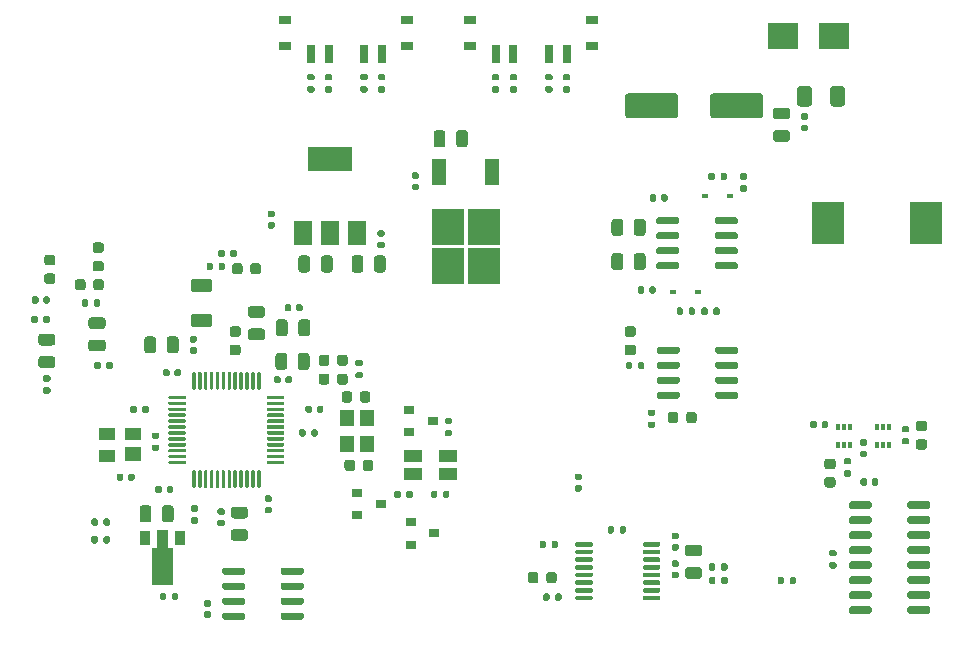
<source format=gbr>
%TF.GenerationSoftware,KiCad,Pcbnew,5.1.10*%
%TF.CreationDate,2021-07-04T17:59:21+02:00*%
%TF.ProjectId,SoundLazer,536f756e-644c-4617-9a65-722e6b696361,rev?*%
%TF.SameCoordinates,Original*%
%TF.FileFunction,Paste,Top*%
%TF.FilePolarity,Positive*%
%FSLAX46Y46*%
G04 Gerber Fmt 4.6, Leading zero omitted, Abs format (unit mm)*
G04 Created by KiCad (PCBNEW 5.1.10) date 2021-07-04 17:59:21*
%MOMM*%
%LPD*%
G01*
G04 APERTURE LIST*
%ADD10R,1.000000X0.800000*%
%ADD11R,0.700000X1.500000*%
%ADD12R,0.900000X0.800000*%
%ADD13R,1.500000X1.100000*%
%ADD14R,0.300000X0.600000*%
%ADD15R,1.200000X1.400000*%
%ADD16R,1.400000X1.200000*%
%ADD17R,1.400000X1.000000*%
%ADD18R,3.800000X2.000000*%
%ADD19R,1.500000X2.000000*%
%ADD20R,1.200000X2.200000*%
%ADD21R,2.750000X3.050000*%
%ADD22R,0.900000X1.300000*%
%ADD23C,0.100000*%
%ADD24R,2.700000X3.600000*%
%ADD25R,2.500000X2.300000*%
%ADD26R,0.600000X0.450000*%
G04 APERTURE END LIST*
%TO.C,C26*%
G36*
G01*
X123949999Y-118250000D02*
X125250001Y-118250000D01*
G75*
G02*
X125500000Y-118499999I0J-249999D01*
G01*
X125500000Y-119150001D01*
G75*
G02*
X125250001Y-119400000I-249999J0D01*
G01*
X123949999Y-119400000D01*
G75*
G02*
X123700000Y-119150001I0J249999D01*
G01*
X123700000Y-118499999D01*
G75*
G02*
X123949999Y-118250000I249999J0D01*
G01*
G37*
G36*
G01*
X123949999Y-121200000D02*
X125250001Y-121200000D01*
G75*
G02*
X125500000Y-121449999I0J-249999D01*
G01*
X125500000Y-122100001D01*
G75*
G02*
X125250001Y-122350000I-249999J0D01*
G01*
X123949999Y-122350000D01*
G75*
G02*
X123700000Y-122100001I0J249999D01*
G01*
X123700000Y-121449999D01*
G75*
G02*
X123949999Y-121200000I249999J0D01*
G01*
G37*
%TD*%
D10*
%TO.C,SW2*%
X142000000Y-98530000D03*
X131700000Y-98530000D03*
X131700000Y-96320000D03*
X142000000Y-96320000D03*
D11*
X133850000Y-99180000D03*
X135350000Y-99180000D03*
X138350000Y-99180000D03*
X139850000Y-99180000D03*
%TD*%
%TO.C,R40*%
G36*
G01*
X135535000Y-101460000D02*
X135165000Y-101460000D01*
G75*
G02*
X135030000Y-101325000I0J135000D01*
G01*
X135030000Y-101055000D01*
G75*
G02*
X135165000Y-100920000I135000J0D01*
G01*
X135535000Y-100920000D01*
G75*
G02*
X135670000Y-101055000I0J-135000D01*
G01*
X135670000Y-101325000D01*
G75*
G02*
X135535000Y-101460000I-135000J0D01*
G01*
G37*
G36*
G01*
X135535000Y-102480000D02*
X135165000Y-102480000D01*
G75*
G02*
X135030000Y-102345000I0J135000D01*
G01*
X135030000Y-102075000D01*
G75*
G02*
X135165000Y-101940000I135000J0D01*
G01*
X135535000Y-101940000D01*
G75*
G02*
X135670000Y-102075000I0J-135000D01*
G01*
X135670000Y-102345000D01*
G75*
G02*
X135535000Y-102480000I-135000J0D01*
G01*
G37*
%TD*%
%TO.C,R39*%
G36*
G01*
X133665000Y-101940000D02*
X134035000Y-101940000D01*
G75*
G02*
X134170000Y-102075000I0J-135000D01*
G01*
X134170000Y-102345000D01*
G75*
G02*
X134035000Y-102480000I-135000J0D01*
G01*
X133665000Y-102480000D01*
G75*
G02*
X133530000Y-102345000I0J135000D01*
G01*
X133530000Y-102075000D01*
G75*
G02*
X133665000Y-101940000I135000J0D01*
G01*
G37*
G36*
G01*
X133665000Y-100920000D02*
X134035000Y-100920000D01*
G75*
G02*
X134170000Y-101055000I0J-135000D01*
G01*
X134170000Y-101325000D01*
G75*
G02*
X134035000Y-101460000I-135000J0D01*
G01*
X133665000Y-101460000D01*
G75*
G02*
X133530000Y-101325000I0J135000D01*
G01*
X133530000Y-101055000D01*
G75*
G02*
X133665000Y-100920000I135000J0D01*
G01*
G37*
%TD*%
%TO.C,R38*%
G36*
G01*
X138165000Y-101940000D02*
X138535000Y-101940000D01*
G75*
G02*
X138670000Y-102075000I0J-135000D01*
G01*
X138670000Y-102345000D01*
G75*
G02*
X138535000Y-102480000I-135000J0D01*
G01*
X138165000Y-102480000D01*
G75*
G02*
X138030000Y-102345000I0J135000D01*
G01*
X138030000Y-102075000D01*
G75*
G02*
X138165000Y-101940000I135000J0D01*
G01*
G37*
G36*
G01*
X138165000Y-100920000D02*
X138535000Y-100920000D01*
G75*
G02*
X138670000Y-101055000I0J-135000D01*
G01*
X138670000Y-101325000D01*
G75*
G02*
X138535000Y-101460000I-135000J0D01*
G01*
X138165000Y-101460000D01*
G75*
G02*
X138030000Y-101325000I0J135000D01*
G01*
X138030000Y-101055000D01*
G75*
G02*
X138165000Y-100920000I135000J0D01*
G01*
G37*
%TD*%
%TO.C,R37*%
G36*
G01*
X140035000Y-101460000D02*
X139665000Y-101460000D01*
G75*
G02*
X139530000Y-101325000I0J135000D01*
G01*
X139530000Y-101055000D01*
G75*
G02*
X139665000Y-100920000I135000J0D01*
G01*
X140035000Y-100920000D01*
G75*
G02*
X140170000Y-101055000I0J-135000D01*
G01*
X140170000Y-101325000D01*
G75*
G02*
X140035000Y-101460000I-135000J0D01*
G01*
G37*
G36*
G01*
X140035000Y-102480000D02*
X139665000Y-102480000D01*
G75*
G02*
X139530000Y-102345000I0J135000D01*
G01*
X139530000Y-102075000D01*
G75*
G02*
X139665000Y-101940000I135000J0D01*
G01*
X140035000Y-101940000D01*
G75*
G02*
X140170000Y-102075000I0J-135000D01*
G01*
X140170000Y-102345000D01*
G75*
G02*
X140035000Y-102480000I-135000J0D01*
G01*
G37*
%TD*%
%TO.C,R36*%
G36*
G01*
X141940000Y-136685000D02*
X141940000Y-136315000D01*
G75*
G02*
X142075000Y-136180000I135000J0D01*
G01*
X142345000Y-136180000D01*
G75*
G02*
X142480000Y-136315000I0J-135000D01*
G01*
X142480000Y-136685000D01*
G75*
G02*
X142345000Y-136820000I-135000J0D01*
G01*
X142075000Y-136820000D01*
G75*
G02*
X141940000Y-136685000I0J135000D01*
G01*
G37*
G36*
G01*
X140920000Y-136685000D02*
X140920000Y-136315000D01*
G75*
G02*
X141055000Y-136180000I135000J0D01*
G01*
X141325000Y-136180000D01*
G75*
G02*
X141460000Y-136315000I0J-135000D01*
G01*
X141460000Y-136685000D01*
G75*
G02*
X141325000Y-136820000I-135000J0D01*
G01*
X141055000Y-136820000D01*
G75*
G02*
X140920000Y-136685000I0J135000D01*
G01*
G37*
%TD*%
%TO.C,R35*%
G36*
G01*
X145040000Y-136685000D02*
X145040000Y-136315000D01*
G75*
G02*
X145175000Y-136180000I135000J0D01*
G01*
X145445000Y-136180000D01*
G75*
G02*
X145580000Y-136315000I0J-135000D01*
G01*
X145580000Y-136685000D01*
G75*
G02*
X145445000Y-136820000I-135000J0D01*
G01*
X145175000Y-136820000D01*
G75*
G02*
X145040000Y-136685000I0J135000D01*
G01*
G37*
G36*
G01*
X144020000Y-136685000D02*
X144020000Y-136315000D01*
G75*
G02*
X144155000Y-136180000I135000J0D01*
G01*
X144425000Y-136180000D01*
G75*
G02*
X144560000Y-136315000I0J-135000D01*
G01*
X144560000Y-136685000D01*
G75*
G02*
X144425000Y-136820000I-135000J0D01*
G01*
X144155000Y-136820000D01*
G75*
G02*
X144020000Y-136685000I0J135000D01*
G01*
G37*
%TD*%
%TO.C,R34*%
G36*
G01*
X145315000Y-131040000D02*
X145685000Y-131040000D01*
G75*
G02*
X145820000Y-131175000I0J-135000D01*
G01*
X145820000Y-131445000D01*
G75*
G02*
X145685000Y-131580000I-135000J0D01*
G01*
X145315000Y-131580000D01*
G75*
G02*
X145180000Y-131445000I0J135000D01*
G01*
X145180000Y-131175000D01*
G75*
G02*
X145315000Y-131040000I135000J0D01*
G01*
G37*
G36*
G01*
X145315000Y-130020000D02*
X145685000Y-130020000D01*
G75*
G02*
X145820000Y-130155000I0J-135000D01*
G01*
X145820000Y-130425000D01*
G75*
G02*
X145685000Y-130560000I-135000J0D01*
G01*
X145315000Y-130560000D01*
G75*
G02*
X145180000Y-130425000I0J135000D01*
G01*
X145180000Y-130155000D01*
G75*
G02*
X145315000Y-130020000I135000J0D01*
G01*
G37*
%TD*%
D12*
%TO.C,Q8*%
X139800000Y-137300000D03*
X137800000Y-138250000D03*
X137800000Y-136350000D03*
%TD*%
%TO.C,Q7*%
X144300000Y-139800000D03*
X142300000Y-140750000D03*
X142300000Y-138850000D03*
%TD*%
%TO.C,Q6*%
X144200000Y-130300000D03*
X142200000Y-131250000D03*
X142200000Y-129350000D03*
%TD*%
D13*
%TO.C,D4*%
X142500000Y-134750000D03*
X145500000Y-134750000D03*
X145500000Y-133250000D03*
X142500000Y-133250000D03*
%TD*%
%TO.C,U1*%
G36*
G01*
X133250000Y-146655000D02*
X133250000Y-146955000D01*
G75*
G02*
X133100000Y-147105000I-150000J0D01*
G01*
X131450000Y-147105000D01*
G75*
G02*
X131300000Y-146955000I0J150000D01*
G01*
X131300000Y-146655000D01*
G75*
G02*
X131450000Y-146505000I150000J0D01*
G01*
X133100000Y-146505000D01*
G75*
G02*
X133250000Y-146655000I0J-150000D01*
G01*
G37*
G36*
G01*
X133250000Y-145385000D02*
X133250000Y-145685000D01*
G75*
G02*
X133100000Y-145835000I-150000J0D01*
G01*
X131450000Y-145835000D01*
G75*
G02*
X131300000Y-145685000I0J150000D01*
G01*
X131300000Y-145385000D01*
G75*
G02*
X131450000Y-145235000I150000J0D01*
G01*
X133100000Y-145235000D01*
G75*
G02*
X133250000Y-145385000I0J-150000D01*
G01*
G37*
G36*
G01*
X133250000Y-144115000D02*
X133250000Y-144415000D01*
G75*
G02*
X133100000Y-144565000I-150000J0D01*
G01*
X131450000Y-144565000D01*
G75*
G02*
X131300000Y-144415000I0J150000D01*
G01*
X131300000Y-144115000D01*
G75*
G02*
X131450000Y-143965000I150000J0D01*
G01*
X133100000Y-143965000D01*
G75*
G02*
X133250000Y-144115000I0J-150000D01*
G01*
G37*
G36*
G01*
X133250000Y-142845000D02*
X133250000Y-143145000D01*
G75*
G02*
X133100000Y-143295000I-150000J0D01*
G01*
X131450000Y-143295000D01*
G75*
G02*
X131300000Y-143145000I0J150000D01*
G01*
X131300000Y-142845000D01*
G75*
G02*
X131450000Y-142695000I150000J0D01*
G01*
X133100000Y-142695000D01*
G75*
G02*
X133250000Y-142845000I0J-150000D01*
G01*
G37*
G36*
G01*
X128300000Y-142845000D02*
X128300000Y-143145000D01*
G75*
G02*
X128150000Y-143295000I-150000J0D01*
G01*
X126500000Y-143295000D01*
G75*
G02*
X126350000Y-143145000I0J150000D01*
G01*
X126350000Y-142845000D01*
G75*
G02*
X126500000Y-142695000I150000J0D01*
G01*
X128150000Y-142695000D01*
G75*
G02*
X128300000Y-142845000I0J-150000D01*
G01*
G37*
G36*
G01*
X128300000Y-144115000D02*
X128300000Y-144415000D01*
G75*
G02*
X128150000Y-144565000I-150000J0D01*
G01*
X126500000Y-144565000D01*
G75*
G02*
X126350000Y-144415000I0J150000D01*
G01*
X126350000Y-144115000D01*
G75*
G02*
X126500000Y-143965000I150000J0D01*
G01*
X128150000Y-143965000D01*
G75*
G02*
X128300000Y-144115000I0J-150000D01*
G01*
G37*
G36*
G01*
X128300000Y-145385000D02*
X128300000Y-145685000D01*
G75*
G02*
X128150000Y-145835000I-150000J0D01*
G01*
X126500000Y-145835000D01*
G75*
G02*
X126350000Y-145685000I0J150000D01*
G01*
X126350000Y-145385000D01*
G75*
G02*
X126500000Y-145235000I150000J0D01*
G01*
X128150000Y-145235000D01*
G75*
G02*
X128300000Y-145385000I0J-150000D01*
G01*
G37*
G36*
G01*
X128300000Y-146655000D02*
X128300000Y-146955000D01*
G75*
G02*
X128150000Y-147105000I-150000J0D01*
G01*
X126500000Y-147105000D01*
G75*
G02*
X126350000Y-146955000I0J150000D01*
G01*
X126350000Y-146655000D01*
G75*
G02*
X126500000Y-146505000I150000J0D01*
G01*
X128150000Y-146505000D01*
G75*
G02*
X128300000Y-146655000I0J-150000D01*
G01*
G37*
%TD*%
%TO.C,Q4*%
G36*
G01*
X165050000Y-117005000D02*
X165050000Y-117305000D01*
G75*
G02*
X164900000Y-117455000I-150000J0D01*
G01*
X163250000Y-117455000D01*
G75*
G02*
X163100000Y-117305000I0J150000D01*
G01*
X163100000Y-117005000D01*
G75*
G02*
X163250000Y-116855000I150000J0D01*
G01*
X164900000Y-116855000D01*
G75*
G02*
X165050000Y-117005000I0J-150000D01*
G01*
G37*
G36*
G01*
X165050000Y-115735000D02*
X165050000Y-116035000D01*
G75*
G02*
X164900000Y-116185000I-150000J0D01*
G01*
X163250000Y-116185000D01*
G75*
G02*
X163100000Y-116035000I0J150000D01*
G01*
X163100000Y-115735000D01*
G75*
G02*
X163250000Y-115585000I150000J0D01*
G01*
X164900000Y-115585000D01*
G75*
G02*
X165050000Y-115735000I0J-150000D01*
G01*
G37*
G36*
G01*
X165050000Y-114465000D02*
X165050000Y-114765000D01*
G75*
G02*
X164900000Y-114915000I-150000J0D01*
G01*
X163250000Y-114915000D01*
G75*
G02*
X163100000Y-114765000I0J150000D01*
G01*
X163100000Y-114465000D01*
G75*
G02*
X163250000Y-114315000I150000J0D01*
G01*
X164900000Y-114315000D01*
G75*
G02*
X165050000Y-114465000I0J-150000D01*
G01*
G37*
G36*
G01*
X165050000Y-113195000D02*
X165050000Y-113495000D01*
G75*
G02*
X164900000Y-113645000I-150000J0D01*
G01*
X163250000Y-113645000D01*
G75*
G02*
X163100000Y-113495000I0J150000D01*
G01*
X163100000Y-113195000D01*
G75*
G02*
X163250000Y-113045000I150000J0D01*
G01*
X164900000Y-113045000D01*
G75*
G02*
X165050000Y-113195000I0J-150000D01*
G01*
G37*
G36*
G01*
X170000000Y-113195000D02*
X170000000Y-113495000D01*
G75*
G02*
X169850000Y-113645000I-150000J0D01*
G01*
X168200000Y-113645000D01*
G75*
G02*
X168050000Y-113495000I0J150000D01*
G01*
X168050000Y-113195000D01*
G75*
G02*
X168200000Y-113045000I150000J0D01*
G01*
X169850000Y-113045000D01*
G75*
G02*
X170000000Y-113195000I0J-150000D01*
G01*
G37*
G36*
G01*
X170000000Y-114465000D02*
X170000000Y-114765000D01*
G75*
G02*
X169850000Y-114915000I-150000J0D01*
G01*
X168200000Y-114915000D01*
G75*
G02*
X168050000Y-114765000I0J150000D01*
G01*
X168050000Y-114465000D01*
G75*
G02*
X168200000Y-114315000I150000J0D01*
G01*
X169850000Y-114315000D01*
G75*
G02*
X170000000Y-114465000I0J-150000D01*
G01*
G37*
G36*
G01*
X170000000Y-115735000D02*
X170000000Y-116035000D01*
G75*
G02*
X169850000Y-116185000I-150000J0D01*
G01*
X168200000Y-116185000D01*
G75*
G02*
X168050000Y-116035000I0J150000D01*
G01*
X168050000Y-115735000D01*
G75*
G02*
X168200000Y-115585000I150000J0D01*
G01*
X169850000Y-115585000D01*
G75*
G02*
X170000000Y-115735000I0J-150000D01*
G01*
G37*
G36*
G01*
X170000000Y-117005000D02*
X170000000Y-117305000D01*
G75*
G02*
X169850000Y-117455000I-150000J0D01*
G01*
X168200000Y-117455000D01*
G75*
G02*
X168050000Y-117305000I0J150000D01*
G01*
X168050000Y-117005000D01*
G75*
G02*
X168200000Y-116855000I150000J0D01*
G01*
X169850000Y-116855000D01*
G75*
G02*
X170000000Y-117005000I0J-150000D01*
G01*
G37*
%TD*%
%TO.C,C51*%
G36*
G01*
X130670000Y-113050000D02*
X130330000Y-113050000D01*
G75*
G02*
X130190000Y-112910000I0J140000D01*
G01*
X130190000Y-112630000D01*
G75*
G02*
X130330000Y-112490000I140000J0D01*
G01*
X130670000Y-112490000D01*
G75*
G02*
X130810000Y-112630000I0J-140000D01*
G01*
X130810000Y-112910000D01*
G75*
G02*
X130670000Y-113050000I-140000J0D01*
G01*
G37*
G36*
G01*
X130670000Y-114010000D02*
X130330000Y-114010000D01*
G75*
G02*
X130190000Y-113870000I0J140000D01*
G01*
X130190000Y-113590000D01*
G75*
G02*
X130330000Y-113450000I140000J0D01*
G01*
X130670000Y-113450000D01*
G75*
G02*
X130810000Y-113590000I0J-140000D01*
G01*
X130810000Y-113870000D01*
G75*
G02*
X130670000Y-114010000I-140000J0D01*
G01*
G37*
%TD*%
%TO.C,C50*%
G36*
G01*
X142870000Y-109800000D02*
X142530000Y-109800000D01*
G75*
G02*
X142390000Y-109660000I0J140000D01*
G01*
X142390000Y-109380000D01*
G75*
G02*
X142530000Y-109240000I140000J0D01*
G01*
X142870000Y-109240000D01*
G75*
G02*
X143010000Y-109380000I0J-140000D01*
G01*
X143010000Y-109660000D01*
G75*
G02*
X142870000Y-109800000I-140000J0D01*
G01*
G37*
G36*
G01*
X142870000Y-110760000D02*
X142530000Y-110760000D01*
G75*
G02*
X142390000Y-110620000I0J140000D01*
G01*
X142390000Y-110340000D01*
G75*
G02*
X142530000Y-110200000I140000J0D01*
G01*
X142870000Y-110200000D01*
G75*
G02*
X143010000Y-110340000I0J-140000D01*
G01*
X143010000Y-110620000D01*
G75*
G02*
X142870000Y-110760000I-140000J0D01*
G01*
G37*
%TD*%
%TO.C,C49*%
G36*
G01*
X118380000Y-135220000D02*
X118380000Y-134880000D01*
G75*
G02*
X118520000Y-134740000I140000J0D01*
G01*
X118800000Y-134740000D01*
G75*
G02*
X118940000Y-134880000I0J-140000D01*
G01*
X118940000Y-135220000D01*
G75*
G02*
X118800000Y-135360000I-140000J0D01*
G01*
X118520000Y-135360000D01*
G75*
G02*
X118380000Y-135220000I0J140000D01*
G01*
G37*
G36*
G01*
X117420000Y-135220000D02*
X117420000Y-134880000D01*
G75*
G02*
X117560000Y-134740000I140000J0D01*
G01*
X117840000Y-134740000D01*
G75*
G02*
X117980000Y-134880000I0J-140000D01*
G01*
X117980000Y-135220000D01*
G75*
G02*
X117840000Y-135360000I-140000J0D01*
G01*
X117560000Y-135360000D01*
G75*
G02*
X117420000Y-135220000I0J140000D01*
G01*
G37*
%TD*%
%TO.C,C48*%
G36*
G01*
X139970000Y-114700000D02*
X139630000Y-114700000D01*
G75*
G02*
X139490000Y-114560000I0J140000D01*
G01*
X139490000Y-114280000D01*
G75*
G02*
X139630000Y-114140000I140000J0D01*
G01*
X139970000Y-114140000D01*
G75*
G02*
X140110000Y-114280000I0J-140000D01*
G01*
X140110000Y-114560000D01*
G75*
G02*
X139970000Y-114700000I-140000J0D01*
G01*
G37*
G36*
G01*
X139970000Y-115660000D02*
X139630000Y-115660000D01*
G75*
G02*
X139490000Y-115520000I0J140000D01*
G01*
X139490000Y-115240000D01*
G75*
G02*
X139630000Y-115100000I140000J0D01*
G01*
X139970000Y-115100000D01*
G75*
G02*
X140110000Y-115240000I0J-140000D01*
G01*
X140110000Y-115520000D01*
G75*
G02*
X139970000Y-115660000I-140000J0D01*
G01*
G37*
%TD*%
%TO.C,C46*%
G36*
G01*
X162500000Y-119370000D02*
X162500000Y-119030000D01*
G75*
G02*
X162640000Y-118890000I140000J0D01*
G01*
X162920000Y-118890000D01*
G75*
G02*
X163060000Y-119030000I0J-140000D01*
G01*
X163060000Y-119370000D01*
G75*
G02*
X162920000Y-119510000I-140000J0D01*
G01*
X162640000Y-119510000D01*
G75*
G02*
X162500000Y-119370000I0J140000D01*
G01*
G37*
G36*
G01*
X161540000Y-119370000D02*
X161540000Y-119030000D01*
G75*
G02*
X161680000Y-118890000I140000J0D01*
G01*
X161960000Y-118890000D01*
G75*
G02*
X162100000Y-119030000I0J-140000D01*
G01*
X162100000Y-119370000D01*
G75*
G02*
X161960000Y-119510000I-140000J0D01*
G01*
X161680000Y-119510000D01*
G75*
G02*
X161540000Y-119370000I0J140000D01*
G01*
G37*
%TD*%
%TO.C,C45*%
G36*
G01*
X163500000Y-111570000D02*
X163500000Y-111230000D01*
G75*
G02*
X163640000Y-111090000I140000J0D01*
G01*
X163920000Y-111090000D01*
G75*
G02*
X164060000Y-111230000I0J-140000D01*
G01*
X164060000Y-111570000D01*
G75*
G02*
X163920000Y-111710000I-140000J0D01*
G01*
X163640000Y-111710000D01*
G75*
G02*
X163500000Y-111570000I0J140000D01*
G01*
G37*
G36*
G01*
X162540000Y-111570000D02*
X162540000Y-111230000D01*
G75*
G02*
X162680000Y-111090000I140000J0D01*
G01*
X162960000Y-111090000D01*
G75*
G02*
X163100000Y-111230000I0J-140000D01*
G01*
X163100000Y-111570000D01*
G75*
G02*
X162960000Y-111710000I-140000J0D01*
G01*
X162680000Y-111710000D01*
G75*
G02*
X162540000Y-111570000I0J140000D01*
G01*
G37*
%TD*%
%TO.C,C41*%
G36*
G01*
X175820000Y-104800000D02*
X175480000Y-104800000D01*
G75*
G02*
X175340000Y-104660000I0J140000D01*
G01*
X175340000Y-104380000D01*
G75*
G02*
X175480000Y-104240000I140000J0D01*
G01*
X175820000Y-104240000D01*
G75*
G02*
X175960000Y-104380000I0J-140000D01*
G01*
X175960000Y-104660000D01*
G75*
G02*
X175820000Y-104800000I-140000J0D01*
G01*
G37*
G36*
G01*
X175820000Y-105760000D02*
X175480000Y-105760000D01*
G75*
G02*
X175340000Y-105620000I0J140000D01*
G01*
X175340000Y-105340000D01*
G75*
G02*
X175480000Y-105200000I140000J0D01*
G01*
X175820000Y-105200000D01*
G75*
G02*
X175960000Y-105340000I0J-140000D01*
G01*
X175960000Y-105620000D01*
G75*
G02*
X175820000Y-105760000I-140000J0D01*
G01*
G37*
%TD*%
%TO.C,C36*%
G36*
G01*
X156670000Y-135300000D02*
X156330000Y-135300000D01*
G75*
G02*
X156190000Y-135160000I0J140000D01*
G01*
X156190000Y-134880000D01*
G75*
G02*
X156330000Y-134740000I140000J0D01*
G01*
X156670000Y-134740000D01*
G75*
G02*
X156810000Y-134880000I0J-140000D01*
G01*
X156810000Y-135160000D01*
G75*
G02*
X156670000Y-135300000I-140000J0D01*
G01*
G37*
G36*
G01*
X156670000Y-136260000D02*
X156330000Y-136260000D01*
G75*
G02*
X156190000Y-136120000I0J140000D01*
G01*
X156190000Y-135840000D01*
G75*
G02*
X156330000Y-135700000I140000J0D01*
G01*
X156670000Y-135700000D01*
G75*
G02*
X156810000Y-135840000I0J-140000D01*
G01*
X156810000Y-136120000D01*
G75*
G02*
X156670000Y-136260000I-140000J0D01*
G01*
G37*
%TD*%
%TO.C,C34*%
G36*
G01*
X132200000Y-120530000D02*
X132200000Y-120870000D01*
G75*
G02*
X132060000Y-121010000I-140000J0D01*
G01*
X131780000Y-121010000D01*
G75*
G02*
X131640000Y-120870000I0J140000D01*
G01*
X131640000Y-120530000D01*
G75*
G02*
X131780000Y-120390000I140000J0D01*
G01*
X132060000Y-120390000D01*
G75*
G02*
X132200000Y-120530000I0J-140000D01*
G01*
G37*
G36*
G01*
X133160000Y-120530000D02*
X133160000Y-120870000D01*
G75*
G02*
X133020000Y-121010000I-140000J0D01*
G01*
X132740000Y-121010000D01*
G75*
G02*
X132600000Y-120870000I0J140000D01*
G01*
X132600000Y-120530000D01*
G75*
G02*
X132740000Y-120390000I140000J0D01*
G01*
X133020000Y-120390000D01*
G75*
G02*
X133160000Y-120530000I0J-140000D01*
G01*
G37*
%TD*%
%TO.C,C33*%
G36*
G01*
X176700000Y-130430000D02*
X176700000Y-130770000D01*
G75*
G02*
X176560000Y-130910000I-140000J0D01*
G01*
X176280000Y-130910000D01*
G75*
G02*
X176140000Y-130770000I0J140000D01*
G01*
X176140000Y-130430000D01*
G75*
G02*
X176280000Y-130290000I140000J0D01*
G01*
X176560000Y-130290000D01*
G75*
G02*
X176700000Y-130430000I0J-140000D01*
G01*
G37*
G36*
G01*
X177660000Y-130430000D02*
X177660000Y-130770000D01*
G75*
G02*
X177520000Y-130910000I-140000J0D01*
G01*
X177240000Y-130910000D01*
G75*
G02*
X177100000Y-130770000I0J140000D01*
G01*
X177100000Y-130430000D01*
G75*
G02*
X177240000Y-130290000I140000J0D01*
G01*
X177520000Y-130290000D01*
G75*
G02*
X177660000Y-130430000I0J-140000D01*
G01*
G37*
%TD*%
%TO.C,C32*%
G36*
G01*
X180820000Y-132400000D02*
X180480000Y-132400000D01*
G75*
G02*
X180340000Y-132260000I0J140000D01*
G01*
X180340000Y-131980000D01*
G75*
G02*
X180480000Y-131840000I140000J0D01*
G01*
X180820000Y-131840000D01*
G75*
G02*
X180960000Y-131980000I0J-140000D01*
G01*
X180960000Y-132260000D01*
G75*
G02*
X180820000Y-132400000I-140000J0D01*
G01*
G37*
G36*
G01*
X180820000Y-133360000D02*
X180480000Y-133360000D01*
G75*
G02*
X180340000Y-133220000I0J140000D01*
G01*
X180340000Y-132940000D01*
G75*
G02*
X180480000Y-132800000I140000J0D01*
G01*
X180820000Y-132800000D01*
G75*
G02*
X180960000Y-132940000I0J-140000D01*
G01*
X180960000Y-133220000D01*
G75*
G02*
X180820000Y-133360000I-140000J0D01*
G01*
G37*
%TD*%
%TO.C,C24*%
G36*
G01*
X121650000Y-136270000D02*
X121650000Y-135930000D01*
G75*
G02*
X121790000Y-135790000I140000J0D01*
G01*
X122070000Y-135790000D01*
G75*
G02*
X122210000Y-135930000I0J-140000D01*
G01*
X122210000Y-136270000D01*
G75*
G02*
X122070000Y-136410000I-140000J0D01*
G01*
X121790000Y-136410000D01*
G75*
G02*
X121650000Y-136270000I0J140000D01*
G01*
G37*
G36*
G01*
X120690000Y-136270000D02*
X120690000Y-135930000D01*
G75*
G02*
X120830000Y-135790000I140000J0D01*
G01*
X121110000Y-135790000D01*
G75*
G02*
X121250000Y-135930000I0J-140000D01*
G01*
X121250000Y-136270000D01*
G75*
G02*
X121110000Y-136410000I-140000J0D01*
G01*
X120830000Y-136410000D01*
G75*
G02*
X120690000Y-136270000I0J140000D01*
G01*
G37*
%TD*%
%TO.C,C23*%
G36*
G01*
X130080000Y-137550000D02*
X130420000Y-137550000D01*
G75*
G02*
X130560000Y-137690000I0J-140000D01*
G01*
X130560000Y-137970000D01*
G75*
G02*
X130420000Y-138110000I-140000J0D01*
G01*
X130080000Y-138110000D01*
G75*
G02*
X129940000Y-137970000I0J140000D01*
G01*
X129940000Y-137690000D01*
G75*
G02*
X130080000Y-137550000I140000J0D01*
G01*
G37*
G36*
G01*
X130080000Y-136590000D02*
X130420000Y-136590000D01*
G75*
G02*
X130560000Y-136730000I0J-140000D01*
G01*
X130560000Y-137010000D01*
G75*
G02*
X130420000Y-137150000I-140000J0D01*
G01*
X130080000Y-137150000D01*
G75*
G02*
X129940000Y-137010000I0J140000D01*
G01*
X129940000Y-136730000D01*
G75*
G02*
X130080000Y-136590000I140000J0D01*
G01*
G37*
%TD*%
%TO.C,C22*%
G36*
G01*
X133950000Y-129130000D02*
X133950000Y-129470000D01*
G75*
G02*
X133810000Y-129610000I-140000J0D01*
G01*
X133530000Y-129610000D01*
G75*
G02*
X133390000Y-129470000I0J140000D01*
G01*
X133390000Y-129130000D01*
G75*
G02*
X133530000Y-128990000I140000J0D01*
G01*
X133810000Y-128990000D01*
G75*
G02*
X133950000Y-129130000I0J-140000D01*
G01*
G37*
G36*
G01*
X134910000Y-129130000D02*
X134910000Y-129470000D01*
G75*
G02*
X134770000Y-129610000I-140000J0D01*
G01*
X134490000Y-129610000D01*
G75*
G02*
X134350000Y-129470000I0J140000D01*
G01*
X134350000Y-129130000D01*
G75*
G02*
X134490000Y-128990000I140000J0D01*
G01*
X134770000Y-128990000D01*
G75*
G02*
X134910000Y-129130000I0J-140000D01*
G01*
G37*
%TD*%
%TO.C,C21*%
G36*
G01*
X126420000Y-138250000D02*
X126080000Y-138250000D01*
G75*
G02*
X125940000Y-138110000I0J140000D01*
G01*
X125940000Y-137830000D01*
G75*
G02*
X126080000Y-137690000I140000J0D01*
G01*
X126420000Y-137690000D01*
G75*
G02*
X126560000Y-137830000I0J-140000D01*
G01*
X126560000Y-138110000D01*
G75*
G02*
X126420000Y-138250000I-140000J0D01*
G01*
G37*
G36*
G01*
X126420000Y-139210000D02*
X126080000Y-139210000D01*
G75*
G02*
X125940000Y-139070000I0J140000D01*
G01*
X125940000Y-138790000D01*
G75*
G02*
X126080000Y-138650000I140000J0D01*
G01*
X126420000Y-138650000D01*
G75*
G02*
X126560000Y-138790000I0J-140000D01*
G01*
X126560000Y-139070000D01*
G75*
G02*
X126420000Y-139210000I-140000J0D01*
G01*
G37*
%TD*%
%TO.C,C20*%
G36*
G01*
X122300000Y-126370000D02*
X122300000Y-126030000D01*
G75*
G02*
X122440000Y-125890000I140000J0D01*
G01*
X122720000Y-125890000D01*
G75*
G02*
X122860000Y-126030000I0J-140000D01*
G01*
X122860000Y-126370000D01*
G75*
G02*
X122720000Y-126510000I-140000J0D01*
G01*
X122440000Y-126510000D01*
G75*
G02*
X122300000Y-126370000I0J140000D01*
G01*
G37*
G36*
G01*
X121340000Y-126370000D02*
X121340000Y-126030000D01*
G75*
G02*
X121480000Y-125890000I140000J0D01*
G01*
X121760000Y-125890000D01*
G75*
G02*
X121900000Y-126030000I0J-140000D01*
G01*
X121900000Y-126370000D01*
G75*
G02*
X121760000Y-126510000I-140000J0D01*
G01*
X121480000Y-126510000D01*
G75*
G02*
X121340000Y-126370000I0J140000D01*
G01*
G37*
%TD*%
%TO.C,C17*%
G36*
G01*
X181350000Y-135620000D02*
X181350000Y-135280000D01*
G75*
G02*
X181490000Y-135140000I140000J0D01*
G01*
X181770000Y-135140000D01*
G75*
G02*
X181910000Y-135280000I0J-140000D01*
G01*
X181910000Y-135620000D01*
G75*
G02*
X181770000Y-135760000I-140000J0D01*
G01*
X181490000Y-135760000D01*
G75*
G02*
X181350000Y-135620000I0J140000D01*
G01*
G37*
G36*
G01*
X180390000Y-135620000D02*
X180390000Y-135280000D01*
G75*
G02*
X180530000Y-135140000I140000J0D01*
G01*
X180810000Y-135140000D01*
G75*
G02*
X180950000Y-135280000I0J-140000D01*
G01*
X180950000Y-135620000D01*
G75*
G02*
X180810000Y-135760000I-140000J0D01*
G01*
X180530000Y-135760000D01*
G75*
G02*
X180390000Y-135620000I0J140000D01*
G01*
G37*
%TD*%
%TO.C,C16*%
G36*
G01*
X131300000Y-126630000D02*
X131300000Y-126970000D01*
G75*
G02*
X131160000Y-127110000I-140000J0D01*
G01*
X130880000Y-127110000D01*
G75*
G02*
X130740000Y-126970000I0J140000D01*
G01*
X130740000Y-126630000D01*
G75*
G02*
X130880000Y-126490000I140000J0D01*
G01*
X131160000Y-126490000D01*
G75*
G02*
X131300000Y-126630000I0J-140000D01*
G01*
G37*
G36*
G01*
X132260000Y-126630000D02*
X132260000Y-126970000D01*
G75*
G02*
X132120000Y-127110000I-140000J0D01*
G01*
X131840000Y-127110000D01*
G75*
G02*
X131700000Y-126970000I0J140000D01*
G01*
X131700000Y-126630000D01*
G75*
G02*
X131840000Y-126490000I140000J0D01*
G01*
X132120000Y-126490000D01*
G75*
G02*
X132260000Y-126630000I0J-140000D01*
G01*
G37*
%TD*%
%TO.C,C15*%
G36*
G01*
X123730000Y-124050000D02*
X124070000Y-124050000D01*
G75*
G02*
X124210000Y-124190000I0J-140000D01*
G01*
X124210000Y-124470000D01*
G75*
G02*
X124070000Y-124610000I-140000J0D01*
G01*
X123730000Y-124610000D01*
G75*
G02*
X123590000Y-124470000I0J140000D01*
G01*
X123590000Y-124190000D01*
G75*
G02*
X123730000Y-124050000I140000J0D01*
G01*
G37*
G36*
G01*
X123730000Y-123090000D02*
X124070000Y-123090000D01*
G75*
G02*
X124210000Y-123230000I0J-140000D01*
G01*
X124210000Y-123510000D01*
G75*
G02*
X124070000Y-123650000I-140000J0D01*
G01*
X123730000Y-123650000D01*
G75*
G02*
X123590000Y-123510000I0J140000D01*
G01*
X123590000Y-123230000D01*
G75*
G02*
X123730000Y-123090000I140000J0D01*
G01*
G37*
%TD*%
%TO.C,C14*%
G36*
G01*
X164530000Y-143050000D02*
X164870000Y-143050000D01*
G75*
G02*
X165010000Y-143190000I0J-140000D01*
G01*
X165010000Y-143470000D01*
G75*
G02*
X164870000Y-143610000I-140000J0D01*
G01*
X164530000Y-143610000D01*
G75*
G02*
X164390000Y-143470000I0J140000D01*
G01*
X164390000Y-143190000D01*
G75*
G02*
X164530000Y-143050000I140000J0D01*
G01*
G37*
G36*
G01*
X164530000Y-142090000D02*
X164870000Y-142090000D01*
G75*
G02*
X165010000Y-142230000I0J-140000D01*
G01*
X165010000Y-142510000D01*
G75*
G02*
X164870000Y-142650000I-140000J0D01*
G01*
X164530000Y-142650000D01*
G75*
G02*
X164390000Y-142510000I0J140000D01*
G01*
X164390000Y-142230000D01*
G75*
G02*
X164530000Y-142090000I140000J0D01*
G01*
G37*
%TD*%
%TO.C,C3*%
G36*
G01*
X124930000Y-146400000D02*
X125270000Y-146400000D01*
G75*
G02*
X125410000Y-146540000I0J-140000D01*
G01*
X125410000Y-146820000D01*
G75*
G02*
X125270000Y-146960000I-140000J0D01*
G01*
X124930000Y-146960000D01*
G75*
G02*
X124790000Y-146820000I0J140000D01*
G01*
X124790000Y-146540000D01*
G75*
G02*
X124930000Y-146400000I140000J0D01*
G01*
G37*
G36*
G01*
X124930000Y-145440000D02*
X125270000Y-145440000D01*
G75*
G02*
X125410000Y-145580000I0J-140000D01*
G01*
X125410000Y-145860000D01*
G75*
G02*
X125270000Y-146000000I-140000J0D01*
G01*
X124930000Y-146000000D01*
G75*
G02*
X124790000Y-145860000I0J140000D01*
G01*
X124790000Y-145580000D01*
G75*
G02*
X124930000Y-145440000I140000J0D01*
G01*
G37*
%TD*%
%TO.C,C2*%
G36*
G01*
X110800000Y-119880000D02*
X110800000Y-120220000D01*
G75*
G02*
X110660000Y-120360000I-140000J0D01*
G01*
X110380000Y-120360000D01*
G75*
G02*
X110240000Y-120220000I0J140000D01*
G01*
X110240000Y-119880000D01*
G75*
G02*
X110380000Y-119740000I140000J0D01*
G01*
X110660000Y-119740000D01*
G75*
G02*
X110800000Y-119880000I0J-140000D01*
G01*
G37*
G36*
G01*
X111760000Y-119880000D02*
X111760000Y-120220000D01*
G75*
G02*
X111620000Y-120360000I-140000J0D01*
G01*
X111340000Y-120360000D01*
G75*
G02*
X111200000Y-120220000I0J140000D01*
G01*
X111200000Y-119880000D01*
G75*
G02*
X111340000Y-119740000I140000J0D01*
G01*
X111620000Y-119740000D01*
G75*
G02*
X111760000Y-119880000I0J-140000D01*
G01*
G37*
%TD*%
%TO.C,C1*%
G36*
G01*
X164870000Y-140300000D02*
X164530000Y-140300000D01*
G75*
G02*
X164390000Y-140160000I0J140000D01*
G01*
X164390000Y-139880000D01*
G75*
G02*
X164530000Y-139740000I140000J0D01*
G01*
X164870000Y-139740000D01*
G75*
G02*
X165010000Y-139880000I0J-140000D01*
G01*
X165010000Y-140160000D01*
G75*
G02*
X164870000Y-140300000I-140000J0D01*
G01*
G37*
G36*
G01*
X164870000Y-141260000D02*
X164530000Y-141260000D01*
G75*
G02*
X164390000Y-141120000I0J140000D01*
G01*
X164390000Y-140840000D01*
G75*
G02*
X164530000Y-140700000I140000J0D01*
G01*
X164870000Y-140700000D01*
G75*
G02*
X165010000Y-140840000I0J-140000D01*
G01*
X165010000Y-141120000D01*
G75*
G02*
X164870000Y-141260000I-140000J0D01*
G01*
G37*
%TD*%
D14*
%TO.C,Q3*%
X181800000Y-132300000D03*
X182800000Y-132300000D03*
X181800000Y-130800000D03*
X182300000Y-132300000D03*
X182800000Y-130800000D03*
X182300000Y-130800000D03*
%TD*%
D15*
%TO.C,Y1*%
X138625000Y-132250000D03*
X138625000Y-130050000D03*
X136925000Y-130050000D03*
X136925000Y-132250000D03*
%TD*%
D16*
%TO.C,U7*%
X118800000Y-133070000D03*
D17*
X118800000Y-131350000D03*
X116600000Y-131350000D03*
X116600000Y-133250000D03*
%TD*%
D18*
%TO.C,U6*%
X135500000Y-108100000D03*
D19*
X135500000Y-114400000D03*
X137800000Y-114400000D03*
X133200000Y-114400000D03*
%TD*%
D20*
%TO.C,U5*%
X149230000Y-109200000D03*
X144670000Y-109200000D03*
D21*
X145425000Y-117175000D03*
X148475000Y-113825000D03*
X148475000Y-117175000D03*
X145425000Y-113825000D03*
%TD*%
%TO.C,U4*%
G36*
G01*
X121800000Y-128375000D02*
X121800000Y-128225000D01*
G75*
G02*
X121875000Y-128150000I75000J0D01*
G01*
X123200000Y-128150000D01*
G75*
G02*
X123275000Y-128225000I0J-75000D01*
G01*
X123275000Y-128375000D01*
G75*
G02*
X123200000Y-128450000I-75000J0D01*
G01*
X121875000Y-128450000D01*
G75*
G02*
X121800000Y-128375000I0J75000D01*
G01*
G37*
G36*
G01*
X121800000Y-128875000D02*
X121800000Y-128725000D01*
G75*
G02*
X121875000Y-128650000I75000J0D01*
G01*
X123200000Y-128650000D01*
G75*
G02*
X123275000Y-128725000I0J-75000D01*
G01*
X123275000Y-128875000D01*
G75*
G02*
X123200000Y-128950000I-75000J0D01*
G01*
X121875000Y-128950000D01*
G75*
G02*
X121800000Y-128875000I0J75000D01*
G01*
G37*
G36*
G01*
X121800000Y-129375000D02*
X121800000Y-129225000D01*
G75*
G02*
X121875000Y-129150000I75000J0D01*
G01*
X123200000Y-129150000D01*
G75*
G02*
X123275000Y-129225000I0J-75000D01*
G01*
X123275000Y-129375000D01*
G75*
G02*
X123200000Y-129450000I-75000J0D01*
G01*
X121875000Y-129450000D01*
G75*
G02*
X121800000Y-129375000I0J75000D01*
G01*
G37*
G36*
G01*
X121800000Y-129875000D02*
X121800000Y-129725000D01*
G75*
G02*
X121875000Y-129650000I75000J0D01*
G01*
X123200000Y-129650000D01*
G75*
G02*
X123275000Y-129725000I0J-75000D01*
G01*
X123275000Y-129875000D01*
G75*
G02*
X123200000Y-129950000I-75000J0D01*
G01*
X121875000Y-129950000D01*
G75*
G02*
X121800000Y-129875000I0J75000D01*
G01*
G37*
G36*
G01*
X121800000Y-130375000D02*
X121800000Y-130225000D01*
G75*
G02*
X121875000Y-130150000I75000J0D01*
G01*
X123200000Y-130150000D01*
G75*
G02*
X123275000Y-130225000I0J-75000D01*
G01*
X123275000Y-130375000D01*
G75*
G02*
X123200000Y-130450000I-75000J0D01*
G01*
X121875000Y-130450000D01*
G75*
G02*
X121800000Y-130375000I0J75000D01*
G01*
G37*
G36*
G01*
X121800000Y-130875000D02*
X121800000Y-130725000D01*
G75*
G02*
X121875000Y-130650000I75000J0D01*
G01*
X123200000Y-130650000D01*
G75*
G02*
X123275000Y-130725000I0J-75000D01*
G01*
X123275000Y-130875000D01*
G75*
G02*
X123200000Y-130950000I-75000J0D01*
G01*
X121875000Y-130950000D01*
G75*
G02*
X121800000Y-130875000I0J75000D01*
G01*
G37*
G36*
G01*
X121800000Y-131375000D02*
X121800000Y-131225000D01*
G75*
G02*
X121875000Y-131150000I75000J0D01*
G01*
X123200000Y-131150000D01*
G75*
G02*
X123275000Y-131225000I0J-75000D01*
G01*
X123275000Y-131375000D01*
G75*
G02*
X123200000Y-131450000I-75000J0D01*
G01*
X121875000Y-131450000D01*
G75*
G02*
X121800000Y-131375000I0J75000D01*
G01*
G37*
G36*
G01*
X121800000Y-131875000D02*
X121800000Y-131725000D01*
G75*
G02*
X121875000Y-131650000I75000J0D01*
G01*
X123200000Y-131650000D01*
G75*
G02*
X123275000Y-131725000I0J-75000D01*
G01*
X123275000Y-131875000D01*
G75*
G02*
X123200000Y-131950000I-75000J0D01*
G01*
X121875000Y-131950000D01*
G75*
G02*
X121800000Y-131875000I0J75000D01*
G01*
G37*
G36*
G01*
X121800000Y-132375000D02*
X121800000Y-132225000D01*
G75*
G02*
X121875000Y-132150000I75000J0D01*
G01*
X123200000Y-132150000D01*
G75*
G02*
X123275000Y-132225000I0J-75000D01*
G01*
X123275000Y-132375000D01*
G75*
G02*
X123200000Y-132450000I-75000J0D01*
G01*
X121875000Y-132450000D01*
G75*
G02*
X121800000Y-132375000I0J75000D01*
G01*
G37*
G36*
G01*
X121800000Y-132875000D02*
X121800000Y-132725000D01*
G75*
G02*
X121875000Y-132650000I75000J0D01*
G01*
X123200000Y-132650000D01*
G75*
G02*
X123275000Y-132725000I0J-75000D01*
G01*
X123275000Y-132875000D01*
G75*
G02*
X123200000Y-132950000I-75000J0D01*
G01*
X121875000Y-132950000D01*
G75*
G02*
X121800000Y-132875000I0J75000D01*
G01*
G37*
G36*
G01*
X121800000Y-133375000D02*
X121800000Y-133225000D01*
G75*
G02*
X121875000Y-133150000I75000J0D01*
G01*
X123200000Y-133150000D01*
G75*
G02*
X123275000Y-133225000I0J-75000D01*
G01*
X123275000Y-133375000D01*
G75*
G02*
X123200000Y-133450000I-75000J0D01*
G01*
X121875000Y-133450000D01*
G75*
G02*
X121800000Y-133375000I0J75000D01*
G01*
G37*
G36*
G01*
X121800000Y-133875000D02*
X121800000Y-133725000D01*
G75*
G02*
X121875000Y-133650000I75000J0D01*
G01*
X123200000Y-133650000D01*
G75*
G02*
X123275000Y-133725000I0J-75000D01*
G01*
X123275000Y-133875000D01*
G75*
G02*
X123200000Y-133950000I-75000J0D01*
G01*
X121875000Y-133950000D01*
G75*
G02*
X121800000Y-133875000I0J75000D01*
G01*
G37*
G36*
G01*
X123800000Y-135875000D02*
X123800000Y-134550000D01*
G75*
G02*
X123875000Y-134475000I75000J0D01*
G01*
X124025000Y-134475000D01*
G75*
G02*
X124100000Y-134550000I0J-75000D01*
G01*
X124100000Y-135875000D01*
G75*
G02*
X124025000Y-135950000I-75000J0D01*
G01*
X123875000Y-135950000D01*
G75*
G02*
X123800000Y-135875000I0J75000D01*
G01*
G37*
G36*
G01*
X124300000Y-135875000D02*
X124300000Y-134550000D01*
G75*
G02*
X124375000Y-134475000I75000J0D01*
G01*
X124525000Y-134475000D01*
G75*
G02*
X124600000Y-134550000I0J-75000D01*
G01*
X124600000Y-135875000D01*
G75*
G02*
X124525000Y-135950000I-75000J0D01*
G01*
X124375000Y-135950000D01*
G75*
G02*
X124300000Y-135875000I0J75000D01*
G01*
G37*
G36*
G01*
X124800000Y-135875000D02*
X124800000Y-134550000D01*
G75*
G02*
X124875000Y-134475000I75000J0D01*
G01*
X125025000Y-134475000D01*
G75*
G02*
X125100000Y-134550000I0J-75000D01*
G01*
X125100000Y-135875000D01*
G75*
G02*
X125025000Y-135950000I-75000J0D01*
G01*
X124875000Y-135950000D01*
G75*
G02*
X124800000Y-135875000I0J75000D01*
G01*
G37*
G36*
G01*
X125300000Y-135875000D02*
X125300000Y-134550000D01*
G75*
G02*
X125375000Y-134475000I75000J0D01*
G01*
X125525000Y-134475000D01*
G75*
G02*
X125600000Y-134550000I0J-75000D01*
G01*
X125600000Y-135875000D01*
G75*
G02*
X125525000Y-135950000I-75000J0D01*
G01*
X125375000Y-135950000D01*
G75*
G02*
X125300000Y-135875000I0J75000D01*
G01*
G37*
G36*
G01*
X125800000Y-135875000D02*
X125800000Y-134550000D01*
G75*
G02*
X125875000Y-134475000I75000J0D01*
G01*
X126025000Y-134475000D01*
G75*
G02*
X126100000Y-134550000I0J-75000D01*
G01*
X126100000Y-135875000D01*
G75*
G02*
X126025000Y-135950000I-75000J0D01*
G01*
X125875000Y-135950000D01*
G75*
G02*
X125800000Y-135875000I0J75000D01*
G01*
G37*
G36*
G01*
X126300000Y-135875000D02*
X126300000Y-134550000D01*
G75*
G02*
X126375000Y-134475000I75000J0D01*
G01*
X126525000Y-134475000D01*
G75*
G02*
X126600000Y-134550000I0J-75000D01*
G01*
X126600000Y-135875000D01*
G75*
G02*
X126525000Y-135950000I-75000J0D01*
G01*
X126375000Y-135950000D01*
G75*
G02*
X126300000Y-135875000I0J75000D01*
G01*
G37*
G36*
G01*
X126800000Y-135875000D02*
X126800000Y-134550000D01*
G75*
G02*
X126875000Y-134475000I75000J0D01*
G01*
X127025000Y-134475000D01*
G75*
G02*
X127100000Y-134550000I0J-75000D01*
G01*
X127100000Y-135875000D01*
G75*
G02*
X127025000Y-135950000I-75000J0D01*
G01*
X126875000Y-135950000D01*
G75*
G02*
X126800000Y-135875000I0J75000D01*
G01*
G37*
G36*
G01*
X127300000Y-135875000D02*
X127300000Y-134550000D01*
G75*
G02*
X127375000Y-134475000I75000J0D01*
G01*
X127525000Y-134475000D01*
G75*
G02*
X127600000Y-134550000I0J-75000D01*
G01*
X127600000Y-135875000D01*
G75*
G02*
X127525000Y-135950000I-75000J0D01*
G01*
X127375000Y-135950000D01*
G75*
G02*
X127300000Y-135875000I0J75000D01*
G01*
G37*
G36*
G01*
X127800000Y-135875000D02*
X127800000Y-134550000D01*
G75*
G02*
X127875000Y-134475000I75000J0D01*
G01*
X128025000Y-134475000D01*
G75*
G02*
X128100000Y-134550000I0J-75000D01*
G01*
X128100000Y-135875000D01*
G75*
G02*
X128025000Y-135950000I-75000J0D01*
G01*
X127875000Y-135950000D01*
G75*
G02*
X127800000Y-135875000I0J75000D01*
G01*
G37*
G36*
G01*
X128300000Y-135875000D02*
X128300000Y-134550000D01*
G75*
G02*
X128375000Y-134475000I75000J0D01*
G01*
X128525000Y-134475000D01*
G75*
G02*
X128600000Y-134550000I0J-75000D01*
G01*
X128600000Y-135875000D01*
G75*
G02*
X128525000Y-135950000I-75000J0D01*
G01*
X128375000Y-135950000D01*
G75*
G02*
X128300000Y-135875000I0J75000D01*
G01*
G37*
G36*
G01*
X128800000Y-135875000D02*
X128800000Y-134550000D01*
G75*
G02*
X128875000Y-134475000I75000J0D01*
G01*
X129025000Y-134475000D01*
G75*
G02*
X129100000Y-134550000I0J-75000D01*
G01*
X129100000Y-135875000D01*
G75*
G02*
X129025000Y-135950000I-75000J0D01*
G01*
X128875000Y-135950000D01*
G75*
G02*
X128800000Y-135875000I0J75000D01*
G01*
G37*
G36*
G01*
X129300000Y-135875000D02*
X129300000Y-134550000D01*
G75*
G02*
X129375000Y-134475000I75000J0D01*
G01*
X129525000Y-134475000D01*
G75*
G02*
X129600000Y-134550000I0J-75000D01*
G01*
X129600000Y-135875000D01*
G75*
G02*
X129525000Y-135950000I-75000J0D01*
G01*
X129375000Y-135950000D01*
G75*
G02*
X129300000Y-135875000I0J75000D01*
G01*
G37*
G36*
G01*
X130125000Y-133875000D02*
X130125000Y-133725000D01*
G75*
G02*
X130200000Y-133650000I75000J0D01*
G01*
X131525000Y-133650000D01*
G75*
G02*
X131600000Y-133725000I0J-75000D01*
G01*
X131600000Y-133875000D01*
G75*
G02*
X131525000Y-133950000I-75000J0D01*
G01*
X130200000Y-133950000D01*
G75*
G02*
X130125000Y-133875000I0J75000D01*
G01*
G37*
G36*
G01*
X130125000Y-133375000D02*
X130125000Y-133225000D01*
G75*
G02*
X130200000Y-133150000I75000J0D01*
G01*
X131525000Y-133150000D01*
G75*
G02*
X131600000Y-133225000I0J-75000D01*
G01*
X131600000Y-133375000D01*
G75*
G02*
X131525000Y-133450000I-75000J0D01*
G01*
X130200000Y-133450000D01*
G75*
G02*
X130125000Y-133375000I0J75000D01*
G01*
G37*
G36*
G01*
X130125000Y-132875000D02*
X130125000Y-132725000D01*
G75*
G02*
X130200000Y-132650000I75000J0D01*
G01*
X131525000Y-132650000D01*
G75*
G02*
X131600000Y-132725000I0J-75000D01*
G01*
X131600000Y-132875000D01*
G75*
G02*
X131525000Y-132950000I-75000J0D01*
G01*
X130200000Y-132950000D01*
G75*
G02*
X130125000Y-132875000I0J75000D01*
G01*
G37*
G36*
G01*
X130125000Y-132375000D02*
X130125000Y-132225000D01*
G75*
G02*
X130200000Y-132150000I75000J0D01*
G01*
X131525000Y-132150000D01*
G75*
G02*
X131600000Y-132225000I0J-75000D01*
G01*
X131600000Y-132375000D01*
G75*
G02*
X131525000Y-132450000I-75000J0D01*
G01*
X130200000Y-132450000D01*
G75*
G02*
X130125000Y-132375000I0J75000D01*
G01*
G37*
G36*
G01*
X130125000Y-131875000D02*
X130125000Y-131725000D01*
G75*
G02*
X130200000Y-131650000I75000J0D01*
G01*
X131525000Y-131650000D01*
G75*
G02*
X131600000Y-131725000I0J-75000D01*
G01*
X131600000Y-131875000D01*
G75*
G02*
X131525000Y-131950000I-75000J0D01*
G01*
X130200000Y-131950000D01*
G75*
G02*
X130125000Y-131875000I0J75000D01*
G01*
G37*
G36*
G01*
X130125000Y-131375000D02*
X130125000Y-131225000D01*
G75*
G02*
X130200000Y-131150000I75000J0D01*
G01*
X131525000Y-131150000D01*
G75*
G02*
X131600000Y-131225000I0J-75000D01*
G01*
X131600000Y-131375000D01*
G75*
G02*
X131525000Y-131450000I-75000J0D01*
G01*
X130200000Y-131450000D01*
G75*
G02*
X130125000Y-131375000I0J75000D01*
G01*
G37*
G36*
G01*
X130125000Y-130875000D02*
X130125000Y-130725000D01*
G75*
G02*
X130200000Y-130650000I75000J0D01*
G01*
X131525000Y-130650000D01*
G75*
G02*
X131600000Y-130725000I0J-75000D01*
G01*
X131600000Y-130875000D01*
G75*
G02*
X131525000Y-130950000I-75000J0D01*
G01*
X130200000Y-130950000D01*
G75*
G02*
X130125000Y-130875000I0J75000D01*
G01*
G37*
G36*
G01*
X130125000Y-130375000D02*
X130125000Y-130225000D01*
G75*
G02*
X130200000Y-130150000I75000J0D01*
G01*
X131525000Y-130150000D01*
G75*
G02*
X131600000Y-130225000I0J-75000D01*
G01*
X131600000Y-130375000D01*
G75*
G02*
X131525000Y-130450000I-75000J0D01*
G01*
X130200000Y-130450000D01*
G75*
G02*
X130125000Y-130375000I0J75000D01*
G01*
G37*
G36*
G01*
X130125000Y-129875000D02*
X130125000Y-129725000D01*
G75*
G02*
X130200000Y-129650000I75000J0D01*
G01*
X131525000Y-129650000D01*
G75*
G02*
X131600000Y-129725000I0J-75000D01*
G01*
X131600000Y-129875000D01*
G75*
G02*
X131525000Y-129950000I-75000J0D01*
G01*
X130200000Y-129950000D01*
G75*
G02*
X130125000Y-129875000I0J75000D01*
G01*
G37*
G36*
G01*
X130125000Y-129375000D02*
X130125000Y-129225000D01*
G75*
G02*
X130200000Y-129150000I75000J0D01*
G01*
X131525000Y-129150000D01*
G75*
G02*
X131600000Y-129225000I0J-75000D01*
G01*
X131600000Y-129375000D01*
G75*
G02*
X131525000Y-129450000I-75000J0D01*
G01*
X130200000Y-129450000D01*
G75*
G02*
X130125000Y-129375000I0J75000D01*
G01*
G37*
G36*
G01*
X130125000Y-128875000D02*
X130125000Y-128725000D01*
G75*
G02*
X130200000Y-128650000I75000J0D01*
G01*
X131525000Y-128650000D01*
G75*
G02*
X131600000Y-128725000I0J-75000D01*
G01*
X131600000Y-128875000D01*
G75*
G02*
X131525000Y-128950000I-75000J0D01*
G01*
X130200000Y-128950000D01*
G75*
G02*
X130125000Y-128875000I0J75000D01*
G01*
G37*
G36*
G01*
X130125000Y-128375000D02*
X130125000Y-128225000D01*
G75*
G02*
X130200000Y-128150000I75000J0D01*
G01*
X131525000Y-128150000D01*
G75*
G02*
X131600000Y-128225000I0J-75000D01*
G01*
X131600000Y-128375000D01*
G75*
G02*
X131525000Y-128450000I-75000J0D01*
G01*
X130200000Y-128450000D01*
G75*
G02*
X130125000Y-128375000I0J75000D01*
G01*
G37*
G36*
G01*
X129300000Y-127550000D02*
X129300000Y-126225000D01*
G75*
G02*
X129375000Y-126150000I75000J0D01*
G01*
X129525000Y-126150000D01*
G75*
G02*
X129600000Y-126225000I0J-75000D01*
G01*
X129600000Y-127550000D01*
G75*
G02*
X129525000Y-127625000I-75000J0D01*
G01*
X129375000Y-127625000D01*
G75*
G02*
X129300000Y-127550000I0J75000D01*
G01*
G37*
G36*
G01*
X128800000Y-127550000D02*
X128800000Y-126225000D01*
G75*
G02*
X128875000Y-126150000I75000J0D01*
G01*
X129025000Y-126150000D01*
G75*
G02*
X129100000Y-126225000I0J-75000D01*
G01*
X129100000Y-127550000D01*
G75*
G02*
X129025000Y-127625000I-75000J0D01*
G01*
X128875000Y-127625000D01*
G75*
G02*
X128800000Y-127550000I0J75000D01*
G01*
G37*
G36*
G01*
X128300000Y-127550000D02*
X128300000Y-126225000D01*
G75*
G02*
X128375000Y-126150000I75000J0D01*
G01*
X128525000Y-126150000D01*
G75*
G02*
X128600000Y-126225000I0J-75000D01*
G01*
X128600000Y-127550000D01*
G75*
G02*
X128525000Y-127625000I-75000J0D01*
G01*
X128375000Y-127625000D01*
G75*
G02*
X128300000Y-127550000I0J75000D01*
G01*
G37*
G36*
G01*
X127800000Y-127550000D02*
X127800000Y-126225000D01*
G75*
G02*
X127875000Y-126150000I75000J0D01*
G01*
X128025000Y-126150000D01*
G75*
G02*
X128100000Y-126225000I0J-75000D01*
G01*
X128100000Y-127550000D01*
G75*
G02*
X128025000Y-127625000I-75000J0D01*
G01*
X127875000Y-127625000D01*
G75*
G02*
X127800000Y-127550000I0J75000D01*
G01*
G37*
G36*
G01*
X127300000Y-127550000D02*
X127300000Y-126225000D01*
G75*
G02*
X127375000Y-126150000I75000J0D01*
G01*
X127525000Y-126150000D01*
G75*
G02*
X127600000Y-126225000I0J-75000D01*
G01*
X127600000Y-127550000D01*
G75*
G02*
X127525000Y-127625000I-75000J0D01*
G01*
X127375000Y-127625000D01*
G75*
G02*
X127300000Y-127550000I0J75000D01*
G01*
G37*
G36*
G01*
X126800000Y-127550000D02*
X126800000Y-126225000D01*
G75*
G02*
X126875000Y-126150000I75000J0D01*
G01*
X127025000Y-126150000D01*
G75*
G02*
X127100000Y-126225000I0J-75000D01*
G01*
X127100000Y-127550000D01*
G75*
G02*
X127025000Y-127625000I-75000J0D01*
G01*
X126875000Y-127625000D01*
G75*
G02*
X126800000Y-127550000I0J75000D01*
G01*
G37*
G36*
G01*
X126300000Y-127550000D02*
X126300000Y-126225000D01*
G75*
G02*
X126375000Y-126150000I75000J0D01*
G01*
X126525000Y-126150000D01*
G75*
G02*
X126600000Y-126225000I0J-75000D01*
G01*
X126600000Y-127550000D01*
G75*
G02*
X126525000Y-127625000I-75000J0D01*
G01*
X126375000Y-127625000D01*
G75*
G02*
X126300000Y-127550000I0J75000D01*
G01*
G37*
G36*
G01*
X125800000Y-127550000D02*
X125800000Y-126225000D01*
G75*
G02*
X125875000Y-126150000I75000J0D01*
G01*
X126025000Y-126150000D01*
G75*
G02*
X126100000Y-126225000I0J-75000D01*
G01*
X126100000Y-127550000D01*
G75*
G02*
X126025000Y-127625000I-75000J0D01*
G01*
X125875000Y-127625000D01*
G75*
G02*
X125800000Y-127550000I0J75000D01*
G01*
G37*
G36*
G01*
X125300000Y-127550000D02*
X125300000Y-126225000D01*
G75*
G02*
X125375000Y-126150000I75000J0D01*
G01*
X125525000Y-126150000D01*
G75*
G02*
X125600000Y-126225000I0J-75000D01*
G01*
X125600000Y-127550000D01*
G75*
G02*
X125525000Y-127625000I-75000J0D01*
G01*
X125375000Y-127625000D01*
G75*
G02*
X125300000Y-127550000I0J75000D01*
G01*
G37*
G36*
G01*
X124800000Y-127550000D02*
X124800000Y-126225000D01*
G75*
G02*
X124875000Y-126150000I75000J0D01*
G01*
X125025000Y-126150000D01*
G75*
G02*
X125100000Y-126225000I0J-75000D01*
G01*
X125100000Y-127550000D01*
G75*
G02*
X125025000Y-127625000I-75000J0D01*
G01*
X124875000Y-127625000D01*
G75*
G02*
X124800000Y-127550000I0J75000D01*
G01*
G37*
G36*
G01*
X124300000Y-127550000D02*
X124300000Y-126225000D01*
G75*
G02*
X124375000Y-126150000I75000J0D01*
G01*
X124525000Y-126150000D01*
G75*
G02*
X124600000Y-126225000I0J-75000D01*
G01*
X124600000Y-127550000D01*
G75*
G02*
X124525000Y-127625000I-75000J0D01*
G01*
X124375000Y-127625000D01*
G75*
G02*
X124300000Y-127550000I0J75000D01*
G01*
G37*
G36*
G01*
X123800000Y-127550000D02*
X123800000Y-126225000D01*
G75*
G02*
X123875000Y-126150000I75000J0D01*
G01*
X124025000Y-126150000D01*
G75*
G02*
X124100000Y-126225000I0J-75000D01*
G01*
X124100000Y-127550000D01*
G75*
G02*
X124025000Y-127625000I-75000J0D01*
G01*
X123875000Y-127625000D01*
G75*
G02*
X123800000Y-127550000I0J75000D01*
G01*
G37*
%TD*%
%TO.C,U3*%
G36*
G01*
X179400000Y-137555000D02*
X179400000Y-137255000D01*
G75*
G02*
X179550000Y-137105000I150000J0D01*
G01*
X181200000Y-137105000D01*
G75*
G02*
X181350000Y-137255000I0J-150000D01*
G01*
X181350000Y-137555000D01*
G75*
G02*
X181200000Y-137705000I-150000J0D01*
G01*
X179550000Y-137705000D01*
G75*
G02*
X179400000Y-137555000I0J150000D01*
G01*
G37*
G36*
G01*
X179400000Y-138825000D02*
X179400000Y-138525000D01*
G75*
G02*
X179550000Y-138375000I150000J0D01*
G01*
X181200000Y-138375000D01*
G75*
G02*
X181350000Y-138525000I0J-150000D01*
G01*
X181350000Y-138825000D01*
G75*
G02*
X181200000Y-138975000I-150000J0D01*
G01*
X179550000Y-138975000D01*
G75*
G02*
X179400000Y-138825000I0J150000D01*
G01*
G37*
G36*
G01*
X179400000Y-140095000D02*
X179400000Y-139795000D01*
G75*
G02*
X179550000Y-139645000I150000J0D01*
G01*
X181200000Y-139645000D01*
G75*
G02*
X181350000Y-139795000I0J-150000D01*
G01*
X181350000Y-140095000D01*
G75*
G02*
X181200000Y-140245000I-150000J0D01*
G01*
X179550000Y-140245000D01*
G75*
G02*
X179400000Y-140095000I0J150000D01*
G01*
G37*
G36*
G01*
X179400000Y-141365000D02*
X179400000Y-141065000D01*
G75*
G02*
X179550000Y-140915000I150000J0D01*
G01*
X181200000Y-140915000D01*
G75*
G02*
X181350000Y-141065000I0J-150000D01*
G01*
X181350000Y-141365000D01*
G75*
G02*
X181200000Y-141515000I-150000J0D01*
G01*
X179550000Y-141515000D01*
G75*
G02*
X179400000Y-141365000I0J150000D01*
G01*
G37*
G36*
G01*
X179400000Y-142635000D02*
X179400000Y-142335000D01*
G75*
G02*
X179550000Y-142185000I150000J0D01*
G01*
X181200000Y-142185000D01*
G75*
G02*
X181350000Y-142335000I0J-150000D01*
G01*
X181350000Y-142635000D01*
G75*
G02*
X181200000Y-142785000I-150000J0D01*
G01*
X179550000Y-142785000D01*
G75*
G02*
X179400000Y-142635000I0J150000D01*
G01*
G37*
G36*
G01*
X179400000Y-143905000D02*
X179400000Y-143605000D01*
G75*
G02*
X179550000Y-143455000I150000J0D01*
G01*
X181200000Y-143455000D01*
G75*
G02*
X181350000Y-143605000I0J-150000D01*
G01*
X181350000Y-143905000D01*
G75*
G02*
X181200000Y-144055000I-150000J0D01*
G01*
X179550000Y-144055000D01*
G75*
G02*
X179400000Y-143905000I0J150000D01*
G01*
G37*
G36*
G01*
X179400000Y-145175000D02*
X179400000Y-144875000D01*
G75*
G02*
X179550000Y-144725000I150000J0D01*
G01*
X181200000Y-144725000D01*
G75*
G02*
X181350000Y-144875000I0J-150000D01*
G01*
X181350000Y-145175000D01*
G75*
G02*
X181200000Y-145325000I-150000J0D01*
G01*
X179550000Y-145325000D01*
G75*
G02*
X179400000Y-145175000I0J150000D01*
G01*
G37*
G36*
G01*
X179400000Y-146445000D02*
X179400000Y-146145000D01*
G75*
G02*
X179550000Y-145995000I150000J0D01*
G01*
X181200000Y-145995000D01*
G75*
G02*
X181350000Y-146145000I0J-150000D01*
G01*
X181350000Y-146445000D01*
G75*
G02*
X181200000Y-146595000I-150000J0D01*
G01*
X179550000Y-146595000D01*
G75*
G02*
X179400000Y-146445000I0J150000D01*
G01*
G37*
G36*
G01*
X184350000Y-146445000D02*
X184350000Y-146145000D01*
G75*
G02*
X184500000Y-145995000I150000J0D01*
G01*
X186150000Y-145995000D01*
G75*
G02*
X186300000Y-146145000I0J-150000D01*
G01*
X186300000Y-146445000D01*
G75*
G02*
X186150000Y-146595000I-150000J0D01*
G01*
X184500000Y-146595000D01*
G75*
G02*
X184350000Y-146445000I0J150000D01*
G01*
G37*
G36*
G01*
X184350000Y-145175000D02*
X184350000Y-144875000D01*
G75*
G02*
X184500000Y-144725000I150000J0D01*
G01*
X186150000Y-144725000D01*
G75*
G02*
X186300000Y-144875000I0J-150000D01*
G01*
X186300000Y-145175000D01*
G75*
G02*
X186150000Y-145325000I-150000J0D01*
G01*
X184500000Y-145325000D01*
G75*
G02*
X184350000Y-145175000I0J150000D01*
G01*
G37*
G36*
G01*
X184350000Y-143905000D02*
X184350000Y-143605000D01*
G75*
G02*
X184500000Y-143455000I150000J0D01*
G01*
X186150000Y-143455000D01*
G75*
G02*
X186300000Y-143605000I0J-150000D01*
G01*
X186300000Y-143905000D01*
G75*
G02*
X186150000Y-144055000I-150000J0D01*
G01*
X184500000Y-144055000D01*
G75*
G02*
X184350000Y-143905000I0J150000D01*
G01*
G37*
G36*
G01*
X184350000Y-142635000D02*
X184350000Y-142335000D01*
G75*
G02*
X184500000Y-142185000I150000J0D01*
G01*
X186150000Y-142185000D01*
G75*
G02*
X186300000Y-142335000I0J-150000D01*
G01*
X186300000Y-142635000D01*
G75*
G02*
X186150000Y-142785000I-150000J0D01*
G01*
X184500000Y-142785000D01*
G75*
G02*
X184350000Y-142635000I0J150000D01*
G01*
G37*
G36*
G01*
X184350000Y-141365000D02*
X184350000Y-141065000D01*
G75*
G02*
X184500000Y-140915000I150000J0D01*
G01*
X186150000Y-140915000D01*
G75*
G02*
X186300000Y-141065000I0J-150000D01*
G01*
X186300000Y-141365000D01*
G75*
G02*
X186150000Y-141515000I-150000J0D01*
G01*
X184500000Y-141515000D01*
G75*
G02*
X184350000Y-141365000I0J150000D01*
G01*
G37*
G36*
G01*
X184350000Y-140095000D02*
X184350000Y-139795000D01*
G75*
G02*
X184500000Y-139645000I150000J0D01*
G01*
X186150000Y-139645000D01*
G75*
G02*
X186300000Y-139795000I0J-150000D01*
G01*
X186300000Y-140095000D01*
G75*
G02*
X186150000Y-140245000I-150000J0D01*
G01*
X184500000Y-140245000D01*
G75*
G02*
X184350000Y-140095000I0J150000D01*
G01*
G37*
G36*
G01*
X184350000Y-138825000D02*
X184350000Y-138525000D01*
G75*
G02*
X184500000Y-138375000I150000J0D01*
G01*
X186150000Y-138375000D01*
G75*
G02*
X186300000Y-138525000I0J-150000D01*
G01*
X186300000Y-138825000D01*
G75*
G02*
X186150000Y-138975000I-150000J0D01*
G01*
X184500000Y-138975000D01*
G75*
G02*
X184350000Y-138825000I0J150000D01*
G01*
G37*
G36*
G01*
X184350000Y-137555000D02*
X184350000Y-137255000D01*
G75*
G02*
X184500000Y-137105000I150000J0D01*
G01*
X186150000Y-137105000D01*
G75*
G02*
X186300000Y-137255000I0J-150000D01*
G01*
X186300000Y-137555000D01*
G75*
G02*
X186150000Y-137705000I-150000J0D01*
G01*
X184500000Y-137705000D01*
G75*
G02*
X184350000Y-137555000I0J150000D01*
G01*
G37*
%TD*%
%TO.C,U2*%
G36*
G01*
X156250000Y-140825000D02*
X156250000Y-140625000D01*
G75*
G02*
X156350000Y-140525000I100000J0D01*
G01*
X157625000Y-140525000D01*
G75*
G02*
X157725000Y-140625000I0J-100000D01*
G01*
X157725000Y-140825000D01*
G75*
G02*
X157625000Y-140925000I-100000J0D01*
G01*
X156350000Y-140925000D01*
G75*
G02*
X156250000Y-140825000I0J100000D01*
G01*
G37*
G36*
G01*
X156250000Y-141475000D02*
X156250000Y-141275000D01*
G75*
G02*
X156350000Y-141175000I100000J0D01*
G01*
X157625000Y-141175000D01*
G75*
G02*
X157725000Y-141275000I0J-100000D01*
G01*
X157725000Y-141475000D01*
G75*
G02*
X157625000Y-141575000I-100000J0D01*
G01*
X156350000Y-141575000D01*
G75*
G02*
X156250000Y-141475000I0J100000D01*
G01*
G37*
G36*
G01*
X156250000Y-142125000D02*
X156250000Y-141925000D01*
G75*
G02*
X156350000Y-141825000I100000J0D01*
G01*
X157625000Y-141825000D01*
G75*
G02*
X157725000Y-141925000I0J-100000D01*
G01*
X157725000Y-142125000D01*
G75*
G02*
X157625000Y-142225000I-100000J0D01*
G01*
X156350000Y-142225000D01*
G75*
G02*
X156250000Y-142125000I0J100000D01*
G01*
G37*
G36*
G01*
X156250000Y-142775000D02*
X156250000Y-142575000D01*
G75*
G02*
X156350000Y-142475000I100000J0D01*
G01*
X157625000Y-142475000D01*
G75*
G02*
X157725000Y-142575000I0J-100000D01*
G01*
X157725000Y-142775000D01*
G75*
G02*
X157625000Y-142875000I-100000J0D01*
G01*
X156350000Y-142875000D01*
G75*
G02*
X156250000Y-142775000I0J100000D01*
G01*
G37*
G36*
G01*
X156250000Y-143425000D02*
X156250000Y-143225000D01*
G75*
G02*
X156350000Y-143125000I100000J0D01*
G01*
X157625000Y-143125000D01*
G75*
G02*
X157725000Y-143225000I0J-100000D01*
G01*
X157725000Y-143425000D01*
G75*
G02*
X157625000Y-143525000I-100000J0D01*
G01*
X156350000Y-143525000D01*
G75*
G02*
X156250000Y-143425000I0J100000D01*
G01*
G37*
G36*
G01*
X156250000Y-144075000D02*
X156250000Y-143875000D01*
G75*
G02*
X156350000Y-143775000I100000J0D01*
G01*
X157625000Y-143775000D01*
G75*
G02*
X157725000Y-143875000I0J-100000D01*
G01*
X157725000Y-144075000D01*
G75*
G02*
X157625000Y-144175000I-100000J0D01*
G01*
X156350000Y-144175000D01*
G75*
G02*
X156250000Y-144075000I0J100000D01*
G01*
G37*
G36*
G01*
X156250000Y-144725000D02*
X156250000Y-144525000D01*
G75*
G02*
X156350000Y-144425000I100000J0D01*
G01*
X157625000Y-144425000D01*
G75*
G02*
X157725000Y-144525000I0J-100000D01*
G01*
X157725000Y-144725000D01*
G75*
G02*
X157625000Y-144825000I-100000J0D01*
G01*
X156350000Y-144825000D01*
G75*
G02*
X156250000Y-144725000I0J100000D01*
G01*
G37*
G36*
G01*
X156250000Y-145375000D02*
X156250000Y-145175000D01*
G75*
G02*
X156350000Y-145075000I100000J0D01*
G01*
X157625000Y-145075000D01*
G75*
G02*
X157725000Y-145175000I0J-100000D01*
G01*
X157725000Y-145375000D01*
G75*
G02*
X157625000Y-145475000I-100000J0D01*
G01*
X156350000Y-145475000D01*
G75*
G02*
X156250000Y-145375000I0J100000D01*
G01*
G37*
G36*
G01*
X161975000Y-145375000D02*
X161975000Y-145175000D01*
G75*
G02*
X162075000Y-145075000I100000J0D01*
G01*
X163350000Y-145075000D01*
G75*
G02*
X163450000Y-145175000I0J-100000D01*
G01*
X163450000Y-145375000D01*
G75*
G02*
X163350000Y-145475000I-100000J0D01*
G01*
X162075000Y-145475000D01*
G75*
G02*
X161975000Y-145375000I0J100000D01*
G01*
G37*
G36*
G01*
X161975000Y-144725000D02*
X161975000Y-144525000D01*
G75*
G02*
X162075000Y-144425000I100000J0D01*
G01*
X163350000Y-144425000D01*
G75*
G02*
X163450000Y-144525000I0J-100000D01*
G01*
X163450000Y-144725000D01*
G75*
G02*
X163350000Y-144825000I-100000J0D01*
G01*
X162075000Y-144825000D01*
G75*
G02*
X161975000Y-144725000I0J100000D01*
G01*
G37*
G36*
G01*
X161975000Y-144075000D02*
X161975000Y-143875000D01*
G75*
G02*
X162075000Y-143775000I100000J0D01*
G01*
X163350000Y-143775000D01*
G75*
G02*
X163450000Y-143875000I0J-100000D01*
G01*
X163450000Y-144075000D01*
G75*
G02*
X163350000Y-144175000I-100000J0D01*
G01*
X162075000Y-144175000D01*
G75*
G02*
X161975000Y-144075000I0J100000D01*
G01*
G37*
G36*
G01*
X161975000Y-143425000D02*
X161975000Y-143225000D01*
G75*
G02*
X162075000Y-143125000I100000J0D01*
G01*
X163350000Y-143125000D01*
G75*
G02*
X163450000Y-143225000I0J-100000D01*
G01*
X163450000Y-143425000D01*
G75*
G02*
X163350000Y-143525000I-100000J0D01*
G01*
X162075000Y-143525000D01*
G75*
G02*
X161975000Y-143425000I0J100000D01*
G01*
G37*
G36*
G01*
X161975000Y-142775000D02*
X161975000Y-142575000D01*
G75*
G02*
X162075000Y-142475000I100000J0D01*
G01*
X163350000Y-142475000D01*
G75*
G02*
X163450000Y-142575000I0J-100000D01*
G01*
X163450000Y-142775000D01*
G75*
G02*
X163350000Y-142875000I-100000J0D01*
G01*
X162075000Y-142875000D01*
G75*
G02*
X161975000Y-142775000I0J100000D01*
G01*
G37*
G36*
G01*
X161975000Y-142125000D02*
X161975000Y-141925000D01*
G75*
G02*
X162075000Y-141825000I100000J0D01*
G01*
X163350000Y-141825000D01*
G75*
G02*
X163450000Y-141925000I0J-100000D01*
G01*
X163450000Y-142125000D01*
G75*
G02*
X163350000Y-142225000I-100000J0D01*
G01*
X162075000Y-142225000D01*
G75*
G02*
X161975000Y-142125000I0J100000D01*
G01*
G37*
G36*
G01*
X161975000Y-141475000D02*
X161975000Y-141275000D01*
G75*
G02*
X162075000Y-141175000I100000J0D01*
G01*
X163350000Y-141175000D01*
G75*
G02*
X163450000Y-141275000I0J-100000D01*
G01*
X163450000Y-141475000D01*
G75*
G02*
X163350000Y-141575000I-100000J0D01*
G01*
X162075000Y-141575000D01*
G75*
G02*
X161975000Y-141475000I0J100000D01*
G01*
G37*
G36*
G01*
X161975000Y-140825000D02*
X161975000Y-140625000D01*
G75*
G02*
X162075000Y-140525000I100000J0D01*
G01*
X163350000Y-140525000D01*
G75*
G02*
X163450000Y-140625000I0J-100000D01*
G01*
X163450000Y-140825000D01*
G75*
G02*
X163350000Y-140925000I-100000J0D01*
G01*
X162075000Y-140925000D01*
G75*
G02*
X161975000Y-140825000I0J100000D01*
G01*
G37*
%TD*%
D11*
%TO.C,SW1*%
X155500000Y-99180000D03*
X154000000Y-99180000D03*
X151000000Y-99180000D03*
X149500000Y-99180000D03*
D10*
X157650000Y-96320000D03*
X147350000Y-96320000D03*
X147350000Y-98530000D03*
X157650000Y-98530000D03*
%TD*%
%TO.C,R33*%
G36*
G01*
X120885000Y-132830000D02*
X120515000Y-132830000D01*
G75*
G02*
X120380000Y-132695000I0J135000D01*
G01*
X120380000Y-132425000D01*
G75*
G02*
X120515000Y-132290000I135000J0D01*
G01*
X120885000Y-132290000D01*
G75*
G02*
X121020000Y-132425000I0J-135000D01*
G01*
X121020000Y-132695000D01*
G75*
G02*
X120885000Y-132830000I-135000J0D01*
G01*
G37*
G36*
G01*
X120885000Y-131810000D02*
X120515000Y-131810000D01*
G75*
G02*
X120380000Y-131675000I0J135000D01*
G01*
X120380000Y-131405000D01*
G75*
G02*
X120515000Y-131270000I135000J0D01*
G01*
X120885000Y-131270000D01*
G75*
G02*
X121020000Y-131405000I0J-135000D01*
G01*
X121020000Y-131675000D01*
G75*
G02*
X120885000Y-131810000I-135000J0D01*
G01*
G37*
%TD*%
%TO.C,R32*%
G36*
G01*
X177865000Y-141220000D02*
X178235000Y-141220000D01*
G75*
G02*
X178370000Y-141355000I0J-135000D01*
G01*
X178370000Y-141625000D01*
G75*
G02*
X178235000Y-141760000I-135000J0D01*
G01*
X177865000Y-141760000D01*
G75*
G02*
X177730000Y-141625000I0J135000D01*
G01*
X177730000Y-141355000D01*
G75*
G02*
X177865000Y-141220000I135000J0D01*
G01*
G37*
G36*
G01*
X177865000Y-142240000D02*
X178235000Y-142240000D01*
G75*
G02*
X178370000Y-142375000I0J-135000D01*
G01*
X178370000Y-142645000D01*
G75*
G02*
X178235000Y-142780000I-135000J0D01*
G01*
X177865000Y-142780000D01*
G75*
G02*
X177730000Y-142645000I0J135000D01*
G01*
X177730000Y-142375000D01*
G75*
G02*
X177865000Y-142240000I135000J0D01*
G01*
G37*
%TD*%
%TO.C,R31*%
G36*
G01*
X168480000Y-120815000D02*
X168480000Y-121185000D01*
G75*
G02*
X168345000Y-121320000I-135000J0D01*
G01*
X168075000Y-121320000D01*
G75*
G02*
X167940000Y-121185000I0J135000D01*
G01*
X167940000Y-120815000D01*
G75*
G02*
X168075000Y-120680000I135000J0D01*
G01*
X168345000Y-120680000D01*
G75*
G02*
X168480000Y-120815000I0J-135000D01*
G01*
G37*
G36*
G01*
X167460000Y-120815000D02*
X167460000Y-121185000D01*
G75*
G02*
X167325000Y-121320000I-135000J0D01*
G01*
X167055000Y-121320000D01*
G75*
G02*
X166920000Y-121185000I0J135000D01*
G01*
X166920000Y-120815000D01*
G75*
G02*
X167055000Y-120680000I135000J0D01*
G01*
X167325000Y-120680000D01*
G75*
G02*
X167460000Y-120815000I0J-135000D01*
G01*
G37*
%TD*%
%TO.C,R30*%
G36*
G01*
X166380000Y-120815000D02*
X166380000Y-121185000D01*
G75*
G02*
X166245000Y-121320000I-135000J0D01*
G01*
X165975000Y-121320000D01*
G75*
G02*
X165840000Y-121185000I0J135000D01*
G01*
X165840000Y-120815000D01*
G75*
G02*
X165975000Y-120680000I135000J0D01*
G01*
X166245000Y-120680000D01*
G75*
G02*
X166380000Y-120815000I0J-135000D01*
G01*
G37*
G36*
G01*
X165360000Y-120815000D02*
X165360000Y-121185000D01*
G75*
G02*
X165225000Y-121320000I-135000J0D01*
G01*
X164955000Y-121320000D01*
G75*
G02*
X164820000Y-121185000I0J135000D01*
G01*
X164820000Y-120815000D01*
G75*
G02*
X164955000Y-120680000I135000J0D01*
G01*
X165225000Y-120680000D01*
G75*
G02*
X165360000Y-120815000I0J-135000D01*
G01*
G37*
%TD*%
%TO.C,R29*%
G36*
G01*
X170315000Y-109320000D02*
X170685000Y-109320000D01*
G75*
G02*
X170820000Y-109455000I0J-135000D01*
G01*
X170820000Y-109725000D01*
G75*
G02*
X170685000Y-109860000I-135000J0D01*
G01*
X170315000Y-109860000D01*
G75*
G02*
X170180000Y-109725000I0J135000D01*
G01*
X170180000Y-109455000D01*
G75*
G02*
X170315000Y-109320000I135000J0D01*
G01*
G37*
G36*
G01*
X170315000Y-110340000D02*
X170685000Y-110340000D01*
G75*
G02*
X170820000Y-110475000I0J-135000D01*
G01*
X170820000Y-110745000D01*
G75*
G02*
X170685000Y-110880000I-135000J0D01*
G01*
X170315000Y-110880000D01*
G75*
G02*
X170180000Y-110745000I0J135000D01*
G01*
X170180000Y-110475000D01*
G75*
G02*
X170315000Y-110340000I135000J0D01*
G01*
G37*
%TD*%
%TO.C,R28*%
G36*
G01*
X169080000Y-109415000D02*
X169080000Y-109785000D01*
G75*
G02*
X168945000Y-109920000I-135000J0D01*
G01*
X168675000Y-109920000D01*
G75*
G02*
X168540000Y-109785000I0J135000D01*
G01*
X168540000Y-109415000D01*
G75*
G02*
X168675000Y-109280000I135000J0D01*
G01*
X168945000Y-109280000D01*
G75*
G02*
X169080000Y-109415000I0J-135000D01*
G01*
G37*
G36*
G01*
X168060000Y-109415000D02*
X168060000Y-109785000D01*
G75*
G02*
X167925000Y-109920000I-135000J0D01*
G01*
X167655000Y-109920000D01*
G75*
G02*
X167520000Y-109785000I0J135000D01*
G01*
X167520000Y-109415000D01*
G75*
G02*
X167655000Y-109280000I135000J0D01*
G01*
X167925000Y-109280000D01*
G75*
G02*
X168060000Y-109415000I0J-135000D01*
G01*
G37*
%TD*%
%TO.C,R27*%
G36*
G01*
X162515000Y-129320000D02*
X162885000Y-129320000D01*
G75*
G02*
X163020000Y-129455000I0J-135000D01*
G01*
X163020000Y-129725000D01*
G75*
G02*
X162885000Y-129860000I-135000J0D01*
G01*
X162515000Y-129860000D01*
G75*
G02*
X162380000Y-129725000I0J135000D01*
G01*
X162380000Y-129455000D01*
G75*
G02*
X162515000Y-129320000I135000J0D01*
G01*
G37*
G36*
G01*
X162515000Y-130340000D02*
X162885000Y-130340000D01*
G75*
G02*
X163020000Y-130475000I0J-135000D01*
G01*
X163020000Y-130745000D01*
G75*
G02*
X162885000Y-130880000I-135000J0D01*
G01*
X162515000Y-130880000D01*
G75*
G02*
X162380000Y-130745000I0J135000D01*
G01*
X162380000Y-130475000D01*
G75*
G02*
X162515000Y-130340000I135000J0D01*
G01*
G37*
%TD*%
%TO.C,R26*%
G36*
G01*
X162080000Y-125415000D02*
X162080000Y-125785000D01*
G75*
G02*
X161945000Y-125920000I-135000J0D01*
G01*
X161675000Y-125920000D01*
G75*
G02*
X161540000Y-125785000I0J135000D01*
G01*
X161540000Y-125415000D01*
G75*
G02*
X161675000Y-125280000I135000J0D01*
G01*
X161945000Y-125280000D01*
G75*
G02*
X162080000Y-125415000I0J-135000D01*
G01*
G37*
G36*
G01*
X161060000Y-125415000D02*
X161060000Y-125785000D01*
G75*
G02*
X160925000Y-125920000I-135000J0D01*
G01*
X160655000Y-125920000D01*
G75*
G02*
X160520000Y-125785000I0J135000D01*
G01*
X160520000Y-125415000D01*
G75*
G02*
X160655000Y-125280000I135000J0D01*
G01*
X160925000Y-125280000D01*
G75*
G02*
X161060000Y-125415000I0J-135000D01*
G01*
G37*
%TD*%
%TO.C,R25*%
G36*
G01*
X151185000Y-102480000D02*
X150815000Y-102480000D01*
G75*
G02*
X150680000Y-102345000I0J135000D01*
G01*
X150680000Y-102075000D01*
G75*
G02*
X150815000Y-101940000I135000J0D01*
G01*
X151185000Y-101940000D01*
G75*
G02*
X151320000Y-102075000I0J-135000D01*
G01*
X151320000Y-102345000D01*
G75*
G02*
X151185000Y-102480000I-135000J0D01*
G01*
G37*
G36*
G01*
X151185000Y-101460000D02*
X150815000Y-101460000D01*
G75*
G02*
X150680000Y-101325000I0J135000D01*
G01*
X150680000Y-101055000D01*
G75*
G02*
X150815000Y-100920000I135000J0D01*
G01*
X151185000Y-100920000D01*
G75*
G02*
X151320000Y-101055000I0J-135000D01*
G01*
X151320000Y-101325000D01*
G75*
G02*
X151185000Y-101460000I-135000J0D01*
G01*
G37*
%TD*%
%TO.C,R24*%
G36*
G01*
X127580000Y-115915000D02*
X127580000Y-116285000D01*
G75*
G02*
X127445000Y-116420000I-135000J0D01*
G01*
X127175000Y-116420000D01*
G75*
G02*
X127040000Y-116285000I0J135000D01*
G01*
X127040000Y-115915000D01*
G75*
G02*
X127175000Y-115780000I135000J0D01*
G01*
X127445000Y-115780000D01*
G75*
G02*
X127580000Y-115915000I0J-135000D01*
G01*
G37*
G36*
G01*
X126560000Y-115915000D02*
X126560000Y-116285000D01*
G75*
G02*
X126425000Y-116420000I-135000J0D01*
G01*
X126155000Y-116420000D01*
G75*
G02*
X126020000Y-116285000I0J135000D01*
G01*
X126020000Y-115915000D01*
G75*
G02*
X126155000Y-115780000I135000J0D01*
G01*
X126425000Y-115780000D01*
G75*
G02*
X126560000Y-115915000I0J-135000D01*
G01*
G37*
%TD*%
%TO.C,R23*%
G36*
G01*
X149315000Y-100920000D02*
X149685000Y-100920000D01*
G75*
G02*
X149820000Y-101055000I0J-135000D01*
G01*
X149820000Y-101325000D01*
G75*
G02*
X149685000Y-101460000I-135000J0D01*
G01*
X149315000Y-101460000D01*
G75*
G02*
X149180000Y-101325000I0J135000D01*
G01*
X149180000Y-101055000D01*
G75*
G02*
X149315000Y-100920000I135000J0D01*
G01*
G37*
G36*
G01*
X149315000Y-101940000D02*
X149685000Y-101940000D01*
G75*
G02*
X149820000Y-102075000I0J-135000D01*
G01*
X149820000Y-102345000D01*
G75*
G02*
X149685000Y-102480000I-135000J0D01*
G01*
X149315000Y-102480000D01*
G75*
G02*
X149180000Y-102345000I0J135000D01*
G01*
X149180000Y-102075000D01*
G75*
G02*
X149315000Y-101940000I135000J0D01*
G01*
G37*
%TD*%
%TO.C,R22*%
G36*
G01*
X153815000Y-100920000D02*
X154185000Y-100920000D01*
G75*
G02*
X154320000Y-101055000I0J-135000D01*
G01*
X154320000Y-101325000D01*
G75*
G02*
X154185000Y-101460000I-135000J0D01*
G01*
X153815000Y-101460000D01*
G75*
G02*
X153680000Y-101325000I0J135000D01*
G01*
X153680000Y-101055000D01*
G75*
G02*
X153815000Y-100920000I135000J0D01*
G01*
G37*
G36*
G01*
X153815000Y-101940000D02*
X154185000Y-101940000D01*
G75*
G02*
X154320000Y-102075000I0J-135000D01*
G01*
X154320000Y-102345000D01*
G75*
G02*
X154185000Y-102480000I-135000J0D01*
G01*
X153815000Y-102480000D01*
G75*
G02*
X153680000Y-102345000I0J135000D01*
G01*
X153680000Y-102075000D01*
G75*
G02*
X153815000Y-101940000I135000J0D01*
G01*
G37*
%TD*%
%TO.C,R21*%
G36*
G01*
X155685000Y-102480000D02*
X155315000Y-102480000D01*
G75*
G02*
X155180000Y-102345000I0J135000D01*
G01*
X155180000Y-102075000D01*
G75*
G02*
X155315000Y-101940000I135000J0D01*
G01*
X155685000Y-101940000D01*
G75*
G02*
X155820000Y-102075000I0J-135000D01*
G01*
X155820000Y-102345000D01*
G75*
G02*
X155685000Y-102480000I-135000J0D01*
G01*
G37*
G36*
G01*
X155685000Y-101460000D02*
X155315000Y-101460000D01*
G75*
G02*
X155180000Y-101325000I0J135000D01*
G01*
X155180000Y-101055000D01*
G75*
G02*
X155315000Y-100920000I135000J0D01*
G01*
X155685000Y-100920000D01*
G75*
G02*
X155820000Y-101055000I0J-135000D01*
G01*
X155820000Y-101325000D01*
G75*
G02*
X155685000Y-101460000I-135000J0D01*
G01*
G37*
%TD*%
%TO.C,R20*%
G36*
G01*
X126580000Y-117015000D02*
X126580000Y-117385000D01*
G75*
G02*
X126445000Y-117520000I-135000J0D01*
G01*
X126175000Y-117520000D01*
G75*
G02*
X126040000Y-117385000I0J135000D01*
G01*
X126040000Y-117015000D01*
G75*
G02*
X126175000Y-116880000I135000J0D01*
G01*
X126445000Y-116880000D01*
G75*
G02*
X126580000Y-117015000I0J-135000D01*
G01*
G37*
G36*
G01*
X125560000Y-117015000D02*
X125560000Y-117385000D01*
G75*
G02*
X125425000Y-117520000I-135000J0D01*
G01*
X125155000Y-117520000D01*
G75*
G02*
X125020000Y-117385000I0J135000D01*
G01*
X125020000Y-117015000D01*
G75*
G02*
X125155000Y-116880000I135000J0D01*
G01*
X125425000Y-116880000D01*
G75*
G02*
X125560000Y-117015000I0J-135000D01*
G01*
G37*
%TD*%
%TO.C,R19*%
G36*
G01*
X184015000Y-130720000D02*
X184385000Y-130720000D01*
G75*
G02*
X184520000Y-130855000I0J-135000D01*
G01*
X184520000Y-131125000D01*
G75*
G02*
X184385000Y-131260000I-135000J0D01*
G01*
X184015000Y-131260000D01*
G75*
G02*
X183880000Y-131125000I0J135000D01*
G01*
X183880000Y-130855000D01*
G75*
G02*
X184015000Y-130720000I135000J0D01*
G01*
G37*
G36*
G01*
X184015000Y-131740000D02*
X184385000Y-131740000D01*
G75*
G02*
X184520000Y-131875000I0J-135000D01*
G01*
X184520000Y-132145000D01*
G75*
G02*
X184385000Y-132280000I-135000J0D01*
G01*
X184015000Y-132280000D01*
G75*
G02*
X183880000Y-132145000I0J135000D01*
G01*
X183880000Y-131875000D01*
G75*
G02*
X184015000Y-131740000I135000J0D01*
G01*
G37*
%TD*%
%TO.C,R18*%
G36*
G01*
X179115000Y-133430000D02*
X179485000Y-133430000D01*
G75*
G02*
X179620000Y-133565000I0J-135000D01*
G01*
X179620000Y-133835000D01*
G75*
G02*
X179485000Y-133970000I-135000J0D01*
G01*
X179115000Y-133970000D01*
G75*
G02*
X178980000Y-133835000I0J135000D01*
G01*
X178980000Y-133565000D01*
G75*
G02*
X179115000Y-133430000I135000J0D01*
G01*
G37*
G36*
G01*
X179115000Y-134450000D02*
X179485000Y-134450000D01*
G75*
G02*
X179620000Y-134585000I0J-135000D01*
G01*
X179620000Y-134855000D01*
G75*
G02*
X179485000Y-134990000I-135000J0D01*
G01*
X179115000Y-134990000D01*
G75*
G02*
X178980000Y-134855000I0J135000D01*
G01*
X178980000Y-134585000D01*
G75*
G02*
X179115000Y-134450000I135000J0D01*
G01*
G37*
%TD*%
%TO.C,R17*%
G36*
G01*
X124185000Y-138980000D02*
X123815000Y-138980000D01*
G75*
G02*
X123680000Y-138845000I0J135000D01*
G01*
X123680000Y-138575000D01*
G75*
G02*
X123815000Y-138440000I135000J0D01*
G01*
X124185000Y-138440000D01*
G75*
G02*
X124320000Y-138575000I0J-135000D01*
G01*
X124320000Y-138845000D01*
G75*
G02*
X124185000Y-138980000I-135000J0D01*
G01*
G37*
G36*
G01*
X124185000Y-137960000D02*
X123815000Y-137960000D01*
G75*
G02*
X123680000Y-137825000I0J135000D01*
G01*
X123680000Y-137555000D01*
G75*
G02*
X123815000Y-137420000I135000J0D01*
G01*
X124185000Y-137420000D01*
G75*
G02*
X124320000Y-137555000I0J-135000D01*
G01*
X124320000Y-137825000D01*
G75*
G02*
X124185000Y-137960000I-135000J0D01*
G01*
G37*
%TD*%
%TO.C,R16*%
G36*
G01*
X122630000Y-144965000D02*
X122630000Y-145335000D01*
G75*
G02*
X122495000Y-145470000I-135000J0D01*
G01*
X122225000Y-145470000D01*
G75*
G02*
X122090000Y-145335000I0J135000D01*
G01*
X122090000Y-144965000D01*
G75*
G02*
X122225000Y-144830000I135000J0D01*
G01*
X122495000Y-144830000D01*
G75*
G02*
X122630000Y-144965000I0J-135000D01*
G01*
G37*
G36*
G01*
X121610000Y-144965000D02*
X121610000Y-145335000D01*
G75*
G02*
X121475000Y-145470000I-135000J0D01*
G01*
X121205000Y-145470000D01*
G75*
G02*
X121070000Y-145335000I0J135000D01*
G01*
X121070000Y-144965000D01*
G75*
G02*
X121205000Y-144830000I135000J0D01*
G01*
X121475000Y-144830000D01*
G75*
G02*
X121610000Y-144965000I0J-135000D01*
G01*
G37*
%TD*%
%TO.C,R15*%
G36*
G01*
X173370000Y-143985000D02*
X173370000Y-143615000D01*
G75*
G02*
X173505000Y-143480000I135000J0D01*
G01*
X173775000Y-143480000D01*
G75*
G02*
X173910000Y-143615000I0J-135000D01*
G01*
X173910000Y-143985000D01*
G75*
G02*
X173775000Y-144120000I-135000J0D01*
G01*
X173505000Y-144120000D01*
G75*
G02*
X173370000Y-143985000I0J135000D01*
G01*
G37*
G36*
G01*
X174390000Y-143985000D02*
X174390000Y-143615000D01*
G75*
G02*
X174525000Y-143480000I135000J0D01*
G01*
X174795000Y-143480000D01*
G75*
G02*
X174930000Y-143615000I0J-135000D01*
G01*
X174930000Y-143985000D01*
G75*
G02*
X174795000Y-144120000I-135000J0D01*
G01*
X174525000Y-144120000D01*
G75*
G02*
X174390000Y-143985000I0J135000D01*
G01*
G37*
%TD*%
%TO.C,R14*%
G36*
G01*
X134430000Y-131115000D02*
X134430000Y-131485000D01*
G75*
G02*
X134295000Y-131620000I-135000J0D01*
G01*
X134025000Y-131620000D01*
G75*
G02*
X133890000Y-131485000I0J135000D01*
G01*
X133890000Y-131115000D01*
G75*
G02*
X134025000Y-130980000I135000J0D01*
G01*
X134295000Y-130980000D01*
G75*
G02*
X134430000Y-131115000I0J-135000D01*
G01*
G37*
G36*
G01*
X133410000Y-131115000D02*
X133410000Y-131485000D01*
G75*
G02*
X133275000Y-131620000I-135000J0D01*
G01*
X133005000Y-131620000D01*
G75*
G02*
X132870000Y-131485000I0J135000D01*
G01*
X132870000Y-131115000D01*
G75*
G02*
X133005000Y-130980000I135000J0D01*
G01*
X133275000Y-130980000D01*
G75*
G02*
X133410000Y-131115000I0J-135000D01*
G01*
G37*
%TD*%
%TO.C,R13*%
G36*
G01*
X118570000Y-129485000D02*
X118570000Y-129115000D01*
G75*
G02*
X118705000Y-128980000I135000J0D01*
G01*
X118975000Y-128980000D01*
G75*
G02*
X119110000Y-129115000I0J-135000D01*
G01*
X119110000Y-129485000D01*
G75*
G02*
X118975000Y-129620000I-135000J0D01*
G01*
X118705000Y-129620000D01*
G75*
G02*
X118570000Y-129485000I0J135000D01*
G01*
G37*
G36*
G01*
X119590000Y-129485000D02*
X119590000Y-129115000D01*
G75*
G02*
X119725000Y-128980000I135000J0D01*
G01*
X119995000Y-128980000D01*
G75*
G02*
X120130000Y-129115000I0J-135000D01*
G01*
X120130000Y-129485000D01*
G75*
G02*
X119995000Y-129620000I-135000J0D01*
G01*
X119725000Y-129620000D01*
G75*
G02*
X119590000Y-129485000I0J135000D01*
G01*
G37*
%TD*%
%TO.C,R12*%
G36*
G01*
X169130000Y-142465000D02*
X169130000Y-142835000D01*
G75*
G02*
X168995000Y-142970000I-135000J0D01*
G01*
X168725000Y-142970000D01*
G75*
G02*
X168590000Y-142835000I0J135000D01*
G01*
X168590000Y-142465000D01*
G75*
G02*
X168725000Y-142330000I135000J0D01*
G01*
X168995000Y-142330000D01*
G75*
G02*
X169130000Y-142465000I0J-135000D01*
G01*
G37*
G36*
G01*
X168110000Y-142465000D02*
X168110000Y-142835000D01*
G75*
G02*
X167975000Y-142970000I-135000J0D01*
G01*
X167705000Y-142970000D01*
G75*
G02*
X167570000Y-142835000I0J135000D01*
G01*
X167570000Y-142465000D01*
G75*
G02*
X167705000Y-142330000I135000J0D01*
G01*
X167975000Y-142330000D01*
G75*
G02*
X168110000Y-142465000I0J-135000D01*
G01*
G37*
%TD*%
%TO.C,R11*%
G36*
G01*
X169130000Y-143615000D02*
X169130000Y-143985000D01*
G75*
G02*
X168995000Y-144120000I-135000J0D01*
G01*
X168725000Y-144120000D01*
G75*
G02*
X168590000Y-143985000I0J135000D01*
G01*
X168590000Y-143615000D01*
G75*
G02*
X168725000Y-143480000I135000J0D01*
G01*
X168995000Y-143480000D01*
G75*
G02*
X169130000Y-143615000I0J-135000D01*
G01*
G37*
G36*
G01*
X168110000Y-143615000D02*
X168110000Y-143985000D01*
G75*
G02*
X167975000Y-144120000I-135000J0D01*
G01*
X167705000Y-144120000D01*
G75*
G02*
X167570000Y-143985000I0J135000D01*
G01*
X167570000Y-143615000D01*
G75*
G02*
X167705000Y-143480000I135000J0D01*
G01*
X167975000Y-143480000D01*
G75*
G02*
X168110000Y-143615000I0J-135000D01*
G01*
G37*
%TD*%
%TO.C,R10*%
G36*
G01*
X111315000Y-126420000D02*
X111685000Y-126420000D01*
G75*
G02*
X111820000Y-126555000I0J-135000D01*
G01*
X111820000Y-126825000D01*
G75*
G02*
X111685000Y-126960000I-135000J0D01*
G01*
X111315000Y-126960000D01*
G75*
G02*
X111180000Y-126825000I0J135000D01*
G01*
X111180000Y-126555000D01*
G75*
G02*
X111315000Y-126420000I135000J0D01*
G01*
G37*
G36*
G01*
X111315000Y-127440000D02*
X111685000Y-127440000D01*
G75*
G02*
X111820000Y-127575000I0J-135000D01*
G01*
X111820000Y-127845000D01*
G75*
G02*
X111685000Y-127980000I-135000J0D01*
G01*
X111315000Y-127980000D01*
G75*
G02*
X111180000Y-127845000I0J135000D01*
G01*
X111180000Y-127575000D01*
G75*
G02*
X111315000Y-127440000I135000J0D01*
G01*
G37*
%TD*%
%TO.C,R9*%
G36*
G01*
X117080000Y-125415000D02*
X117080000Y-125785000D01*
G75*
G02*
X116945000Y-125920000I-135000J0D01*
G01*
X116675000Y-125920000D01*
G75*
G02*
X116540000Y-125785000I0J135000D01*
G01*
X116540000Y-125415000D01*
G75*
G02*
X116675000Y-125280000I135000J0D01*
G01*
X116945000Y-125280000D01*
G75*
G02*
X117080000Y-125415000I0J-135000D01*
G01*
G37*
G36*
G01*
X116060000Y-125415000D02*
X116060000Y-125785000D01*
G75*
G02*
X115925000Y-125920000I-135000J0D01*
G01*
X115655000Y-125920000D01*
G75*
G02*
X115520000Y-125785000I0J135000D01*
G01*
X115520000Y-125415000D01*
G75*
G02*
X115655000Y-125280000I135000J0D01*
G01*
X115925000Y-125280000D01*
G75*
G02*
X116060000Y-125415000I0J-135000D01*
G01*
G37*
%TD*%
%TO.C,R8*%
G36*
G01*
X115270000Y-139035000D02*
X115270000Y-138665000D01*
G75*
G02*
X115405000Y-138530000I135000J0D01*
G01*
X115675000Y-138530000D01*
G75*
G02*
X115810000Y-138665000I0J-135000D01*
G01*
X115810000Y-139035000D01*
G75*
G02*
X115675000Y-139170000I-135000J0D01*
G01*
X115405000Y-139170000D01*
G75*
G02*
X115270000Y-139035000I0J135000D01*
G01*
G37*
G36*
G01*
X116290000Y-139035000D02*
X116290000Y-138665000D01*
G75*
G02*
X116425000Y-138530000I135000J0D01*
G01*
X116695000Y-138530000D01*
G75*
G02*
X116830000Y-138665000I0J-135000D01*
G01*
X116830000Y-139035000D01*
G75*
G02*
X116695000Y-139170000I-135000J0D01*
G01*
X116425000Y-139170000D01*
G75*
G02*
X116290000Y-139035000I0J135000D01*
G01*
G37*
%TD*%
%TO.C,R7*%
G36*
G01*
X115270000Y-140535000D02*
X115270000Y-140165000D01*
G75*
G02*
X115405000Y-140030000I135000J0D01*
G01*
X115675000Y-140030000D01*
G75*
G02*
X115810000Y-140165000I0J-135000D01*
G01*
X115810000Y-140535000D01*
G75*
G02*
X115675000Y-140670000I-135000J0D01*
G01*
X115405000Y-140670000D01*
G75*
G02*
X115270000Y-140535000I0J135000D01*
G01*
G37*
G36*
G01*
X116290000Y-140535000D02*
X116290000Y-140165000D01*
G75*
G02*
X116425000Y-140030000I135000J0D01*
G01*
X116695000Y-140030000D01*
G75*
G02*
X116830000Y-140165000I0J-135000D01*
G01*
X116830000Y-140535000D01*
G75*
G02*
X116695000Y-140670000I-135000J0D01*
G01*
X116425000Y-140670000D01*
G75*
G02*
X116290000Y-140535000I0J135000D01*
G01*
G37*
%TD*%
%TO.C,R6*%
G36*
G01*
X138135000Y-126680000D02*
X137765000Y-126680000D01*
G75*
G02*
X137630000Y-126545000I0J135000D01*
G01*
X137630000Y-126275000D01*
G75*
G02*
X137765000Y-126140000I135000J0D01*
G01*
X138135000Y-126140000D01*
G75*
G02*
X138270000Y-126275000I0J-135000D01*
G01*
X138270000Y-126545000D01*
G75*
G02*
X138135000Y-126680000I-135000J0D01*
G01*
G37*
G36*
G01*
X138135000Y-125660000D02*
X137765000Y-125660000D01*
G75*
G02*
X137630000Y-125525000I0J135000D01*
G01*
X137630000Y-125255000D01*
G75*
G02*
X137765000Y-125120000I135000J0D01*
G01*
X138135000Y-125120000D01*
G75*
G02*
X138270000Y-125255000I0J-135000D01*
G01*
X138270000Y-125525000D01*
G75*
G02*
X138135000Y-125660000I-135000J0D01*
G01*
G37*
%TD*%
%TO.C,R5*%
G36*
G01*
X114470000Y-120485000D02*
X114470000Y-120115000D01*
G75*
G02*
X114605000Y-119980000I135000J0D01*
G01*
X114875000Y-119980000D01*
G75*
G02*
X115010000Y-120115000I0J-135000D01*
G01*
X115010000Y-120485000D01*
G75*
G02*
X114875000Y-120620000I-135000J0D01*
G01*
X114605000Y-120620000D01*
G75*
G02*
X114470000Y-120485000I0J135000D01*
G01*
G37*
G36*
G01*
X115490000Y-120485000D02*
X115490000Y-120115000D01*
G75*
G02*
X115625000Y-119980000I135000J0D01*
G01*
X115895000Y-119980000D01*
G75*
G02*
X116030000Y-120115000I0J-135000D01*
G01*
X116030000Y-120485000D01*
G75*
G02*
X115895000Y-120620000I-135000J0D01*
G01*
X115625000Y-120620000D01*
G75*
G02*
X115490000Y-120485000I0J135000D01*
G01*
G37*
%TD*%
%TO.C,R4*%
G36*
G01*
X110180000Y-121885000D02*
X110180000Y-121515000D01*
G75*
G02*
X110315000Y-121380000I135000J0D01*
G01*
X110585000Y-121380000D01*
G75*
G02*
X110720000Y-121515000I0J-135000D01*
G01*
X110720000Y-121885000D01*
G75*
G02*
X110585000Y-122020000I-135000J0D01*
G01*
X110315000Y-122020000D01*
G75*
G02*
X110180000Y-121885000I0J135000D01*
G01*
G37*
G36*
G01*
X111200000Y-121885000D02*
X111200000Y-121515000D01*
G75*
G02*
X111335000Y-121380000I135000J0D01*
G01*
X111605000Y-121380000D01*
G75*
G02*
X111740000Y-121515000I0J-135000D01*
G01*
X111740000Y-121885000D01*
G75*
G02*
X111605000Y-122020000I-135000J0D01*
G01*
X111335000Y-122020000D01*
G75*
G02*
X111200000Y-121885000I0J135000D01*
G01*
G37*
%TD*%
%TO.C,R3*%
G36*
G01*
X155080000Y-145015000D02*
X155080000Y-145385000D01*
G75*
G02*
X154945000Y-145520000I-135000J0D01*
G01*
X154675000Y-145520000D01*
G75*
G02*
X154540000Y-145385000I0J135000D01*
G01*
X154540000Y-145015000D01*
G75*
G02*
X154675000Y-144880000I135000J0D01*
G01*
X154945000Y-144880000D01*
G75*
G02*
X155080000Y-145015000I0J-135000D01*
G01*
G37*
G36*
G01*
X154060000Y-145015000D02*
X154060000Y-145385000D01*
G75*
G02*
X153925000Y-145520000I-135000J0D01*
G01*
X153655000Y-145520000D01*
G75*
G02*
X153520000Y-145385000I0J135000D01*
G01*
X153520000Y-145015000D01*
G75*
G02*
X153655000Y-144880000I135000J0D01*
G01*
X153925000Y-144880000D01*
G75*
G02*
X154060000Y-145015000I0J-135000D01*
G01*
G37*
%TD*%
%TO.C,R2*%
G36*
G01*
X154780000Y-140565000D02*
X154780000Y-140935000D01*
G75*
G02*
X154645000Y-141070000I-135000J0D01*
G01*
X154375000Y-141070000D01*
G75*
G02*
X154240000Y-140935000I0J135000D01*
G01*
X154240000Y-140565000D01*
G75*
G02*
X154375000Y-140430000I135000J0D01*
G01*
X154645000Y-140430000D01*
G75*
G02*
X154780000Y-140565000I0J-135000D01*
G01*
G37*
G36*
G01*
X153760000Y-140565000D02*
X153760000Y-140935000D01*
G75*
G02*
X153625000Y-141070000I-135000J0D01*
G01*
X153355000Y-141070000D01*
G75*
G02*
X153220000Y-140935000I0J135000D01*
G01*
X153220000Y-140565000D01*
G75*
G02*
X153355000Y-140430000I135000J0D01*
G01*
X153625000Y-140430000D01*
G75*
G02*
X153760000Y-140565000I0J-135000D01*
G01*
G37*
%TD*%
%TO.C,R1*%
G36*
G01*
X160530000Y-139315000D02*
X160530000Y-139685000D01*
G75*
G02*
X160395000Y-139820000I-135000J0D01*
G01*
X160125000Y-139820000D01*
G75*
G02*
X159990000Y-139685000I0J135000D01*
G01*
X159990000Y-139315000D01*
G75*
G02*
X160125000Y-139180000I135000J0D01*
G01*
X160395000Y-139180000D01*
G75*
G02*
X160530000Y-139315000I0J-135000D01*
G01*
G37*
G36*
G01*
X159510000Y-139315000D02*
X159510000Y-139685000D01*
G75*
G02*
X159375000Y-139820000I-135000J0D01*
G01*
X159105000Y-139820000D01*
G75*
G02*
X158970000Y-139685000I0J135000D01*
G01*
X158970000Y-139315000D01*
G75*
G02*
X159105000Y-139180000I135000J0D01*
G01*
X159375000Y-139180000D01*
G75*
G02*
X159510000Y-139315000I0J-135000D01*
G01*
G37*
%TD*%
%TO.C,Q5*%
G36*
G01*
X163150000Y-124445000D02*
X163150000Y-124145000D01*
G75*
G02*
X163300000Y-123995000I150000J0D01*
G01*
X164950000Y-123995000D01*
G75*
G02*
X165100000Y-124145000I0J-150000D01*
G01*
X165100000Y-124445000D01*
G75*
G02*
X164950000Y-124595000I-150000J0D01*
G01*
X163300000Y-124595000D01*
G75*
G02*
X163150000Y-124445000I0J150000D01*
G01*
G37*
G36*
G01*
X163150000Y-125715000D02*
X163150000Y-125415000D01*
G75*
G02*
X163300000Y-125265000I150000J0D01*
G01*
X164950000Y-125265000D01*
G75*
G02*
X165100000Y-125415000I0J-150000D01*
G01*
X165100000Y-125715000D01*
G75*
G02*
X164950000Y-125865000I-150000J0D01*
G01*
X163300000Y-125865000D01*
G75*
G02*
X163150000Y-125715000I0J150000D01*
G01*
G37*
G36*
G01*
X163150000Y-126985000D02*
X163150000Y-126685000D01*
G75*
G02*
X163300000Y-126535000I150000J0D01*
G01*
X164950000Y-126535000D01*
G75*
G02*
X165100000Y-126685000I0J-150000D01*
G01*
X165100000Y-126985000D01*
G75*
G02*
X164950000Y-127135000I-150000J0D01*
G01*
X163300000Y-127135000D01*
G75*
G02*
X163150000Y-126985000I0J150000D01*
G01*
G37*
G36*
G01*
X163150000Y-128255000D02*
X163150000Y-127955000D01*
G75*
G02*
X163300000Y-127805000I150000J0D01*
G01*
X164950000Y-127805000D01*
G75*
G02*
X165100000Y-127955000I0J-150000D01*
G01*
X165100000Y-128255000D01*
G75*
G02*
X164950000Y-128405000I-150000J0D01*
G01*
X163300000Y-128405000D01*
G75*
G02*
X163150000Y-128255000I0J150000D01*
G01*
G37*
G36*
G01*
X168100000Y-128255000D02*
X168100000Y-127955000D01*
G75*
G02*
X168250000Y-127805000I150000J0D01*
G01*
X169900000Y-127805000D01*
G75*
G02*
X170050000Y-127955000I0J-150000D01*
G01*
X170050000Y-128255000D01*
G75*
G02*
X169900000Y-128405000I-150000J0D01*
G01*
X168250000Y-128405000D01*
G75*
G02*
X168100000Y-128255000I0J150000D01*
G01*
G37*
G36*
G01*
X168100000Y-126985000D02*
X168100000Y-126685000D01*
G75*
G02*
X168250000Y-126535000I150000J0D01*
G01*
X169900000Y-126535000D01*
G75*
G02*
X170050000Y-126685000I0J-150000D01*
G01*
X170050000Y-126985000D01*
G75*
G02*
X169900000Y-127135000I-150000J0D01*
G01*
X168250000Y-127135000D01*
G75*
G02*
X168100000Y-126985000I0J150000D01*
G01*
G37*
G36*
G01*
X168100000Y-125715000D02*
X168100000Y-125415000D01*
G75*
G02*
X168250000Y-125265000I150000J0D01*
G01*
X169900000Y-125265000D01*
G75*
G02*
X170050000Y-125415000I0J-150000D01*
G01*
X170050000Y-125715000D01*
G75*
G02*
X169900000Y-125865000I-150000J0D01*
G01*
X168250000Y-125865000D01*
G75*
G02*
X168100000Y-125715000I0J150000D01*
G01*
G37*
G36*
G01*
X168100000Y-124445000D02*
X168100000Y-124145000D01*
G75*
G02*
X168250000Y-123995000I150000J0D01*
G01*
X169900000Y-123995000D01*
G75*
G02*
X170050000Y-124145000I0J-150000D01*
G01*
X170050000Y-124445000D01*
G75*
G02*
X169900000Y-124595000I-150000J0D01*
G01*
X168250000Y-124595000D01*
G75*
G02*
X168100000Y-124445000I0J150000D01*
G01*
G37*
%TD*%
D14*
%TO.C,Q2*%
X178500000Y-132300000D03*
X179500000Y-132300000D03*
X178500000Y-130800000D03*
X179000000Y-132300000D03*
X179500000Y-130800000D03*
X179000000Y-130800000D03*
%TD*%
D22*
%TO.C,Q1*%
X122800000Y-140200000D03*
X119800000Y-140200000D03*
D23*
G36*
X120433500Y-144150000D02*
G01*
X120433500Y-141025000D01*
X120850000Y-141025000D01*
X120850000Y-139550000D01*
X121750000Y-139550000D01*
X121750000Y-141025000D01*
X122166500Y-141025000D01*
X122166500Y-144150000D01*
X120433500Y-144150000D01*
G37*
%TD*%
D24*
%TO.C,L1*%
X177650000Y-113550000D03*
X185950000Y-113550000D03*
%TD*%
%TO.C,FB2*%
G36*
G01*
X112006250Y-118675000D02*
X111493750Y-118675000D01*
G75*
G02*
X111275000Y-118456250I0J218750D01*
G01*
X111275000Y-118018750D01*
G75*
G02*
X111493750Y-117800000I218750J0D01*
G01*
X112006250Y-117800000D01*
G75*
G02*
X112225000Y-118018750I0J-218750D01*
G01*
X112225000Y-118456250D01*
G75*
G02*
X112006250Y-118675000I-218750J0D01*
G01*
G37*
G36*
G01*
X112006250Y-117100000D02*
X111493750Y-117100000D01*
G75*
G02*
X111275000Y-116881250I0J218750D01*
G01*
X111275000Y-116443750D01*
G75*
G02*
X111493750Y-116225000I218750J0D01*
G01*
X112006250Y-116225000D01*
G75*
G02*
X112225000Y-116443750I0J-218750D01*
G01*
X112225000Y-116881250D01*
G75*
G02*
X112006250Y-117100000I-218750J0D01*
G01*
G37*
%TD*%
%TO.C,FB1*%
G36*
G01*
X116106250Y-117625000D02*
X115593750Y-117625000D01*
G75*
G02*
X115375000Y-117406250I0J218750D01*
G01*
X115375000Y-116968750D01*
G75*
G02*
X115593750Y-116750000I218750J0D01*
G01*
X116106250Y-116750000D01*
G75*
G02*
X116325000Y-116968750I0J-218750D01*
G01*
X116325000Y-117406250D01*
G75*
G02*
X116106250Y-117625000I-218750J0D01*
G01*
G37*
G36*
G01*
X116106250Y-116050000D02*
X115593750Y-116050000D01*
G75*
G02*
X115375000Y-115831250I0J218750D01*
G01*
X115375000Y-115393750D01*
G75*
G02*
X115593750Y-115175000I218750J0D01*
G01*
X116106250Y-115175000D01*
G75*
G02*
X116325000Y-115393750I0J-218750D01*
G01*
X116325000Y-115831250D01*
G75*
G02*
X116106250Y-116050000I-218750J0D01*
G01*
G37*
%TD*%
%TO.C,F1*%
G36*
G01*
X175025000Y-103425000D02*
X175025000Y-102175000D01*
G75*
G02*
X175275000Y-101925000I250000J0D01*
G01*
X176025000Y-101925000D01*
G75*
G02*
X176275000Y-102175000I0J-250000D01*
G01*
X176275000Y-103425000D01*
G75*
G02*
X176025000Y-103675000I-250000J0D01*
G01*
X175275000Y-103675000D01*
G75*
G02*
X175025000Y-103425000I0J250000D01*
G01*
G37*
G36*
G01*
X177825000Y-103425000D02*
X177825000Y-102175000D01*
G75*
G02*
X178075000Y-101925000I250000J0D01*
G01*
X178825000Y-101925000D01*
G75*
G02*
X179075000Y-102175000I0J-250000D01*
G01*
X179075000Y-103425000D01*
G75*
G02*
X178825000Y-103675000I-250000J0D01*
G01*
X178075000Y-103675000D01*
G75*
G02*
X177825000Y-103425000I0J250000D01*
G01*
G37*
%TD*%
D25*
%TO.C,D3*%
X173850000Y-97700000D03*
X178150000Y-97700000D03*
%TD*%
D26*
%TO.C,D2*%
X164550000Y-119400000D03*
X166650000Y-119400000D03*
%TD*%
%TO.C,D1*%
X167250000Y-111200000D03*
X169350000Y-111200000D03*
%TD*%
%TO.C,C53*%
G36*
G01*
X135700000Y-116525000D02*
X135700000Y-117475000D01*
G75*
G02*
X135450000Y-117725000I-250000J0D01*
G01*
X134950000Y-117725000D01*
G75*
G02*
X134700000Y-117475000I0J250000D01*
G01*
X134700000Y-116525000D01*
G75*
G02*
X134950000Y-116275000I250000J0D01*
G01*
X135450000Y-116275000D01*
G75*
G02*
X135700000Y-116525000I0J-250000D01*
G01*
G37*
G36*
G01*
X133800000Y-116525000D02*
X133800000Y-117475000D01*
G75*
G02*
X133550000Y-117725000I-250000J0D01*
G01*
X133050000Y-117725000D01*
G75*
G02*
X132800000Y-117475000I0J250000D01*
G01*
X132800000Y-116525000D01*
G75*
G02*
X133050000Y-116275000I250000J0D01*
G01*
X133550000Y-116275000D01*
G75*
G02*
X133800000Y-116525000I0J-250000D01*
G01*
G37*
%TD*%
%TO.C,C52*%
G36*
G01*
X144250000Y-106875000D02*
X144250000Y-105925000D01*
G75*
G02*
X144500000Y-105675000I250000J0D01*
G01*
X145000000Y-105675000D01*
G75*
G02*
X145250000Y-105925000I0J-250000D01*
G01*
X145250000Y-106875000D01*
G75*
G02*
X145000000Y-107125000I-250000J0D01*
G01*
X144500000Y-107125000D01*
G75*
G02*
X144250000Y-106875000I0J250000D01*
G01*
G37*
G36*
G01*
X146150000Y-106875000D02*
X146150000Y-105925000D01*
G75*
G02*
X146400000Y-105675000I250000J0D01*
G01*
X146900000Y-105675000D01*
G75*
G02*
X147150000Y-105925000I0J-250000D01*
G01*
X147150000Y-106875000D01*
G75*
G02*
X146900000Y-107125000I-250000J0D01*
G01*
X146400000Y-107125000D01*
G75*
G02*
X146150000Y-106875000I0J250000D01*
G01*
G37*
%TD*%
%TO.C,C47*%
G36*
G01*
X137300000Y-117475000D02*
X137300000Y-116525000D01*
G75*
G02*
X137550000Y-116275000I250000J0D01*
G01*
X138050000Y-116275000D01*
G75*
G02*
X138300000Y-116525000I0J-250000D01*
G01*
X138300000Y-117475000D01*
G75*
G02*
X138050000Y-117725000I-250000J0D01*
G01*
X137550000Y-117725000D01*
G75*
G02*
X137300000Y-117475000I0J250000D01*
G01*
G37*
G36*
G01*
X139200000Y-117475000D02*
X139200000Y-116525000D01*
G75*
G02*
X139450000Y-116275000I250000J0D01*
G01*
X139950000Y-116275000D01*
G75*
G02*
X140200000Y-116525000I0J-250000D01*
G01*
X140200000Y-117475000D01*
G75*
G02*
X139950000Y-117725000I-250000J0D01*
G01*
X139450000Y-117725000D01*
G75*
G02*
X139200000Y-117475000I0J250000D01*
G01*
G37*
%TD*%
%TO.C,C44*%
G36*
G01*
X173225000Y-103750000D02*
X174175000Y-103750000D01*
G75*
G02*
X174425000Y-104000000I0J-250000D01*
G01*
X174425000Y-104500000D01*
G75*
G02*
X174175000Y-104750000I-250000J0D01*
G01*
X173225000Y-104750000D01*
G75*
G02*
X172975000Y-104500000I0J250000D01*
G01*
X172975000Y-104000000D01*
G75*
G02*
X173225000Y-103750000I250000J0D01*
G01*
G37*
G36*
G01*
X173225000Y-105650000D02*
X174175000Y-105650000D01*
G75*
G02*
X174425000Y-105900000I0J-250000D01*
G01*
X174425000Y-106400000D01*
G75*
G02*
X174175000Y-106650000I-250000J0D01*
G01*
X173225000Y-106650000D01*
G75*
G02*
X172975000Y-106400000I0J250000D01*
G01*
X172975000Y-105900000D01*
G75*
G02*
X173225000Y-105650000I250000J0D01*
G01*
G37*
%TD*%
%TO.C,C43*%
G36*
G01*
X162200000Y-116325000D02*
X162200000Y-117275000D01*
G75*
G02*
X161950000Y-117525000I-250000J0D01*
G01*
X161450000Y-117525000D01*
G75*
G02*
X161200000Y-117275000I0J250000D01*
G01*
X161200000Y-116325000D01*
G75*
G02*
X161450000Y-116075000I250000J0D01*
G01*
X161950000Y-116075000D01*
G75*
G02*
X162200000Y-116325000I0J-250000D01*
G01*
G37*
G36*
G01*
X160300000Y-116325000D02*
X160300000Y-117275000D01*
G75*
G02*
X160050000Y-117525000I-250000J0D01*
G01*
X159550000Y-117525000D01*
G75*
G02*
X159300000Y-117275000I0J250000D01*
G01*
X159300000Y-116325000D01*
G75*
G02*
X159550000Y-116075000I250000J0D01*
G01*
X160050000Y-116075000D01*
G75*
G02*
X160300000Y-116325000I0J-250000D01*
G01*
G37*
%TD*%
%TO.C,C42*%
G36*
G01*
X162200000Y-113425000D02*
X162200000Y-114375000D01*
G75*
G02*
X161950000Y-114625000I-250000J0D01*
G01*
X161450000Y-114625000D01*
G75*
G02*
X161200000Y-114375000I0J250000D01*
G01*
X161200000Y-113425000D01*
G75*
G02*
X161450000Y-113175000I250000J0D01*
G01*
X161950000Y-113175000D01*
G75*
G02*
X162200000Y-113425000I0J-250000D01*
G01*
G37*
G36*
G01*
X160300000Y-113425000D02*
X160300000Y-114375000D01*
G75*
G02*
X160050000Y-114625000I-250000J0D01*
G01*
X159550000Y-114625000D01*
G75*
G02*
X159300000Y-114375000I0J250000D01*
G01*
X159300000Y-113425000D01*
G75*
G02*
X159550000Y-113175000I250000J0D01*
G01*
X160050000Y-113175000D01*
G75*
G02*
X160300000Y-113425000I0J-250000D01*
G01*
G37*
%TD*%
%TO.C,C40*%
G36*
G01*
X172150000Y-102800000D02*
X172150000Y-104400000D01*
G75*
G02*
X171900000Y-104650000I-250000J0D01*
G01*
X167900000Y-104650000D01*
G75*
G02*
X167650000Y-104400000I0J250000D01*
G01*
X167650000Y-102800000D01*
G75*
G02*
X167900000Y-102550000I250000J0D01*
G01*
X171900000Y-102550000D01*
G75*
G02*
X172150000Y-102800000I0J-250000D01*
G01*
G37*
G36*
G01*
X164950000Y-102800000D02*
X164950000Y-104400000D01*
G75*
G02*
X164700000Y-104650000I-250000J0D01*
G01*
X160700000Y-104650000D01*
G75*
G02*
X160450000Y-104400000I0J250000D01*
G01*
X160450000Y-102800000D01*
G75*
G02*
X160700000Y-102550000I250000J0D01*
G01*
X164700000Y-102550000D01*
G75*
G02*
X164950000Y-102800000I0J-250000D01*
G01*
G37*
%TD*%
%TO.C,C38*%
G36*
G01*
X166525000Y-129750000D02*
X166525000Y-130250000D01*
G75*
G02*
X166300000Y-130475000I-225000J0D01*
G01*
X165850000Y-130475000D01*
G75*
G02*
X165625000Y-130250000I0J225000D01*
G01*
X165625000Y-129750000D01*
G75*
G02*
X165850000Y-129525000I225000J0D01*
G01*
X166300000Y-129525000D01*
G75*
G02*
X166525000Y-129750000I0J-225000D01*
G01*
G37*
G36*
G01*
X164975000Y-129750000D02*
X164975000Y-130250000D01*
G75*
G02*
X164750000Y-130475000I-225000J0D01*
G01*
X164300000Y-130475000D01*
G75*
G02*
X164075000Y-130250000I0J225000D01*
G01*
X164075000Y-129750000D01*
G75*
G02*
X164300000Y-129525000I225000J0D01*
G01*
X164750000Y-129525000D01*
G75*
G02*
X164975000Y-129750000I0J-225000D01*
G01*
G37*
%TD*%
%TO.C,C37*%
G36*
G01*
X160650000Y-122275000D02*
X161150000Y-122275000D01*
G75*
G02*
X161375000Y-122500000I0J-225000D01*
G01*
X161375000Y-122950000D01*
G75*
G02*
X161150000Y-123175000I-225000J0D01*
G01*
X160650000Y-123175000D01*
G75*
G02*
X160425000Y-122950000I0J225000D01*
G01*
X160425000Y-122500000D01*
G75*
G02*
X160650000Y-122275000I225000J0D01*
G01*
G37*
G36*
G01*
X160650000Y-123825000D02*
X161150000Y-123825000D01*
G75*
G02*
X161375000Y-124050000I0J-225000D01*
G01*
X161375000Y-124500000D01*
G75*
G02*
X161150000Y-124725000I-225000J0D01*
G01*
X160650000Y-124725000D01*
G75*
G02*
X160425000Y-124500000I0J225000D01*
G01*
X160425000Y-124050000D01*
G75*
G02*
X160650000Y-123825000I225000J0D01*
G01*
G37*
%TD*%
%TO.C,C35*%
G36*
G01*
X127175000Y-117650000D02*
X127175000Y-117150000D01*
G75*
G02*
X127400000Y-116925000I225000J0D01*
G01*
X127850000Y-116925000D01*
G75*
G02*
X128075000Y-117150000I0J-225000D01*
G01*
X128075000Y-117650000D01*
G75*
G02*
X127850000Y-117875000I-225000J0D01*
G01*
X127400000Y-117875000D01*
G75*
G02*
X127175000Y-117650000I0J225000D01*
G01*
G37*
G36*
G01*
X128725000Y-117650000D02*
X128725000Y-117150000D01*
G75*
G02*
X128950000Y-116925000I225000J0D01*
G01*
X129400000Y-116925000D01*
G75*
G02*
X129625000Y-117150000I0J-225000D01*
G01*
X129625000Y-117650000D01*
G75*
G02*
X129400000Y-117875000I-225000J0D01*
G01*
X128950000Y-117875000D01*
G75*
G02*
X128725000Y-117650000I0J225000D01*
G01*
G37*
%TD*%
%TO.C,C31*%
G36*
G01*
X130900000Y-122875000D02*
X130900000Y-121925000D01*
G75*
G02*
X131150000Y-121675000I250000J0D01*
G01*
X131650000Y-121675000D01*
G75*
G02*
X131900000Y-121925000I0J-250000D01*
G01*
X131900000Y-122875000D01*
G75*
G02*
X131650000Y-123125000I-250000J0D01*
G01*
X131150000Y-123125000D01*
G75*
G02*
X130900000Y-122875000I0J250000D01*
G01*
G37*
G36*
G01*
X132800000Y-122875000D02*
X132800000Y-121925000D01*
G75*
G02*
X133050000Y-121675000I250000J0D01*
G01*
X133550000Y-121675000D01*
G75*
G02*
X133800000Y-121925000I0J-250000D01*
G01*
X133800000Y-122875000D01*
G75*
G02*
X133550000Y-123125000I-250000J0D01*
G01*
X133050000Y-123125000D01*
G75*
G02*
X132800000Y-122875000I0J250000D01*
G01*
G37*
%TD*%
%TO.C,C30*%
G36*
G01*
X127200000Y-122275000D02*
X127700000Y-122275000D01*
G75*
G02*
X127925000Y-122500000I0J-225000D01*
G01*
X127925000Y-122950000D01*
G75*
G02*
X127700000Y-123175000I-225000J0D01*
G01*
X127200000Y-123175000D01*
G75*
G02*
X126975000Y-122950000I0J225000D01*
G01*
X126975000Y-122500000D01*
G75*
G02*
X127200000Y-122275000I225000J0D01*
G01*
G37*
G36*
G01*
X127200000Y-123825000D02*
X127700000Y-123825000D01*
G75*
G02*
X127925000Y-124050000I0J-225000D01*
G01*
X127925000Y-124500000D01*
G75*
G02*
X127700000Y-124725000I-225000J0D01*
G01*
X127200000Y-124725000D01*
G75*
G02*
X126975000Y-124500000I0J225000D01*
G01*
X126975000Y-124050000D01*
G75*
G02*
X127200000Y-123825000I225000J0D01*
G01*
G37*
%TD*%
%TO.C,C29*%
G36*
G01*
X185300000Y-130275000D02*
X185800000Y-130275000D01*
G75*
G02*
X186025000Y-130500000I0J-225000D01*
G01*
X186025000Y-130950000D01*
G75*
G02*
X185800000Y-131175000I-225000J0D01*
G01*
X185300000Y-131175000D01*
G75*
G02*
X185075000Y-130950000I0J225000D01*
G01*
X185075000Y-130500000D01*
G75*
G02*
X185300000Y-130275000I225000J0D01*
G01*
G37*
G36*
G01*
X185300000Y-131825000D02*
X185800000Y-131825000D01*
G75*
G02*
X186025000Y-132050000I0J-225000D01*
G01*
X186025000Y-132500000D01*
G75*
G02*
X185800000Y-132725000I-225000J0D01*
G01*
X185300000Y-132725000D01*
G75*
G02*
X185075000Y-132500000I0J225000D01*
G01*
X185075000Y-132050000D01*
G75*
G02*
X185300000Y-131825000I225000J0D01*
G01*
G37*
%TD*%
%TO.C,C28*%
G36*
G01*
X177550000Y-133475000D02*
X178050000Y-133475000D01*
G75*
G02*
X178275000Y-133700000I0J-225000D01*
G01*
X178275000Y-134150000D01*
G75*
G02*
X178050000Y-134375000I-225000J0D01*
G01*
X177550000Y-134375000D01*
G75*
G02*
X177325000Y-134150000I0J225000D01*
G01*
X177325000Y-133700000D01*
G75*
G02*
X177550000Y-133475000I225000J0D01*
G01*
G37*
G36*
G01*
X177550000Y-135025000D02*
X178050000Y-135025000D01*
G75*
G02*
X178275000Y-135250000I0J-225000D01*
G01*
X178275000Y-135700000D01*
G75*
G02*
X178050000Y-135925000I-225000J0D01*
G01*
X177550000Y-135925000D01*
G75*
G02*
X177325000Y-135700000I0J225000D01*
G01*
X177325000Y-135250000D01*
G75*
G02*
X177550000Y-135025000I225000J0D01*
G01*
G37*
%TD*%
%TO.C,C27*%
G36*
G01*
X129725000Y-123450000D02*
X128775000Y-123450000D01*
G75*
G02*
X128525000Y-123200000I0J250000D01*
G01*
X128525000Y-122700000D01*
G75*
G02*
X128775000Y-122450000I250000J0D01*
G01*
X129725000Y-122450000D01*
G75*
G02*
X129975000Y-122700000I0J-250000D01*
G01*
X129975000Y-123200000D01*
G75*
G02*
X129725000Y-123450000I-250000J0D01*
G01*
G37*
G36*
G01*
X129725000Y-121550000D02*
X128775000Y-121550000D01*
G75*
G02*
X128525000Y-121300000I0J250000D01*
G01*
X128525000Y-120800000D01*
G75*
G02*
X128775000Y-120550000I250000J0D01*
G01*
X129725000Y-120550000D01*
G75*
G02*
X129975000Y-120800000I0J-250000D01*
G01*
X129975000Y-121300000D01*
G75*
G02*
X129725000Y-121550000I-250000J0D01*
G01*
G37*
%TD*%
%TO.C,C25*%
G36*
G01*
X122250000Y-137675000D02*
X122250000Y-138625000D01*
G75*
G02*
X122000000Y-138875000I-250000J0D01*
G01*
X121500000Y-138875000D01*
G75*
G02*
X121250000Y-138625000I0J250000D01*
G01*
X121250000Y-137675000D01*
G75*
G02*
X121500000Y-137425000I250000J0D01*
G01*
X122000000Y-137425000D01*
G75*
G02*
X122250000Y-137675000I0J-250000D01*
G01*
G37*
G36*
G01*
X120350000Y-137675000D02*
X120350000Y-138625000D01*
G75*
G02*
X120100000Y-138875000I-250000J0D01*
G01*
X119600000Y-138875000D01*
G75*
G02*
X119350000Y-138625000I0J250000D01*
G01*
X119350000Y-137675000D01*
G75*
G02*
X119600000Y-137425000I250000J0D01*
G01*
X120100000Y-137425000D01*
G75*
G02*
X120350000Y-137675000I0J-250000D01*
G01*
G37*
%TD*%
%TO.C,C19*%
G36*
G01*
X122650000Y-123375000D02*
X122650000Y-124325000D01*
G75*
G02*
X122400000Y-124575000I-250000J0D01*
G01*
X121900000Y-124575000D01*
G75*
G02*
X121650000Y-124325000I0J250000D01*
G01*
X121650000Y-123375000D01*
G75*
G02*
X121900000Y-123125000I250000J0D01*
G01*
X122400000Y-123125000D01*
G75*
G02*
X122650000Y-123375000I0J-250000D01*
G01*
G37*
G36*
G01*
X120750000Y-123375000D02*
X120750000Y-124325000D01*
G75*
G02*
X120500000Y-124575000I-250000J0D01*
G01*
X120000000Y-124575000D01*
G75*
G02*
X119750000Y-124325000I0J250000D01*
G01*
X119750000Y-123375000D01*
G75*
G02*
X120000000Y-123125000I250000J0D01*
G01*
X120500000Y-123125000D01*
G75*
G02*
X120750000Y-123375000I0J-250000D01*
G01*
G37*
%TD*%
%TO.C,C18*%
G36*
G01*
X127325000Y-137550000D02*
X128275000Y-137550000D01*
G75*
G02*
X128525000Y-137800000I0J-250000D01*
G01*
X128525000Y-138300000D01*
G75*
G02*
X128275000Y-138550000I-250000J0D01*
G01*
X127325000Y-138550000D01*
G75*
G02*
X127075000Y-138300000I0J250000D01*
G01*
X127075000Y-137800000D01*
G75*
G02*
X127325000Y-137550000I250000J0D01*
G01*
G37*
G36*
G01*
X127325000Y-139450000D02*
X128275000Y-139450000D01*
G75*
G02*
X128525000Y-139700000I0J-250000D01*
G01*
X128525000Y-140200000D01*
G75*
G02*
X128275000Y-140450000I-250000J0D01*
G01*
X127325000Y-140450000D01*
G75*
G02*
X127075000Y-140200000I0J250000D01*
G01*
X127075000Y-139700000D01*
G75*
G02*
X127325000Y-139450000I250000J0D01*
G01*
G37*
%TD*%
%TO.C,C13*%
G36*
G01*
X138900000Y-128000000D02*
X138900000Y-128500000D01*
G75*
G02*
X138675000Y-128725000I-225000J0D01*
G01*
X138225000Y-128725000D01*
G75*
G02*
X138000000Y-128500000I0J225000D01*
G01*
X138000000Y-128000000D01*
G75*
G02*
X138225000Y-127775000I225000J0D01*
G01*
X138675000Y-127775000D01*
G75*
G02*
X138900000Y-128000000I0J-225000D01*
G01*
G37*
G36*
G01*
X137350000Y-128000000D02*
X137350000Y-128500000D01*
G75*
G02*
X137125000Y-128725000I-225000J0D01*
G01*
X136675000Y-128725000D01*
G75*
G02*
X136450000Y-128500000I0J225000D01*
G01*
X136450000Y-128000000D01*
G75*
G02*
X136675000Y-127775000I225000J0D01*
G01*
X137125000Y-127775000D01*
G75*
G02*
X137350000Y-128000000I0J-225000D01*
G01*
G37*
%TD*%
%TO.C,C12*%
G36*
G01*
X130850000Y-125725000D02*
X130850000Y-124775000D01*
G75*
G02*
X131100000Y-124525000I250000J0D01*
G01*
X131600000Y-124525000D01*
G75*
G02*
X131850000Y-124775000I0J-250000D01*
G01*
X131850000Y-125725000D01*
G75*
G02*
X131600000Y-125975000I-250000J0D01*
G01*
X131100000Y-125975000D01*
G75*
G02*
X130850000Y-125725000I0J250000D01*
G01*
G37*
G36*
G01*
X132750000Y-125725000D02*
X132750000Y-124775000D01*
G75*
G02*
X133000000Y-124525000I250000J0D01*
G01*
X133500000Y-124525000D01*
G75*
G02*
X133750000Y-124775000I0J-250000D01*
G01*
X133750000Y-125725000D01*
G75*
G02*
X133500000Y-125975000I-250000J0D01*
G01*
X133000000Y-125975000D01*
G75*
G02*
X132750000Y-125725000I0J250000D01*
G01*
G37*
%TD*%
%TO.C,C11*%
G36*
G01*
X166725000Y-143650000D02*
X165775000Y-143650000D01*
G75*
G02*
X165525000Y-143400000I0J250000D01*
G01*
X165525000Y-142900000D01*
G75*
G02*
X165775000Y-142650000I250000J0D01*
G01*
X166725000Y-142650000D01*
G75*
G02*
X166975000Y-142900000I0J-250000D01*
G01*
X166975000Y-143400000D01*
G75*
G02*
X166725000Y-143650000I-250000J0D01*
G01*
G37*
G36*
G01*
X166725000Y-141750000D02*
X165775000Y-141750000D01*
G75*
G02*
X165525000Y-141500000I0J250000D01*
G01*
X165525000Y-141000000D01*
G75*
G02*
X165775000Y-140750000I250000J0D01*
G01*
X166725000Y-140750000D01*
G75*
G02*
X166975000Y-141000000I0J-250000D01*
G01*
X166975000Y-141500000D01*
G75*
G02*
X166725000Y-141750000I-250000J0D01*
G01*
G37*
%TD*%
%TO.C,C10*%
G36*
G01*
X134525000Y-125400000D02*
X134525000Y-124900000D01*
G75*
G02*
X134750000Y-124675000I225000J0D01*
G01*
X135200000Y-124675000D01*
G75*
G02*
X135425000Y-124900000I0J-225000D01*
G01*
X135425000Y-125400000D01*
G75*
G02*
X135200000Y-125625000I-225000J0D01*
G01*
X134750000Y-125625000D01*
G75*
G02*
X134525000Y-125400000I0J225000D01*
G01*
G37*
G36*
G01*
X136075000Y-125400000D02*
X136075000Y-124900000D01*
G75*
G02*
X136300000Y-124675000I225000J0D01*
G01*
X136750000Y-124675000D01*
G75*
G02*
X136975000Y-124900000I0J-225000D01*
G01*
X136975000Y-125400000D01*
G75*
G02*
X136750000Y-125625000I-225000J0D01*
G01*
X136300000Y-125625000D01*
G75*
G02*
X136075000Y-125400000I0J225000D01*
G01*
G37*
%TD*%
%TO.C,C9*%
G36*
G01*
X136700000Y-134300000D02*
X136700000Y-133800000D01*
G75*
G02*
X136925000Y-133575000I225000J0D01*
G01*
X137375000Y-133575000D01*
G75*
G02*
X137600000Y-133800000I0J-225000D01*
G01*
X137600000Y-134300000D01*
G75*
G02*
X137375000Y-134525000I-225000J0D01*
G01*
X136925000Y-134525000D01*
G75*
G02*
X136700000Y-134300000I0J225000D01*
G01*
G37*
G36*
G01*
X138250000Y-134300000D02*
X138250000Y-133800000D01*
G75*
G02*
X138475000Y-133575000I225000J0D01*
G01*
X138925000Y-133575000D01*
G75*
G02*
X139150000Y-133800000I0J-225000D01*
G01*
X139150000Y-134300000D01*
G75*
G02*
X138925000Y-134525000I-225000J0D01*
G01*
X138475000Y-134525000D01*
G75*
G02*
X138250000Y-134300000I0J225000D01*
G01*
G37*
%TD*%
%TO.C,C8*%
G36*
G01*
X116225000Y-124400000D02*
X115275000Y-124400000D01*
G75*
G02*
X115025000Y-124150000I0J250000D01*
G01*
X115025000Y-123650000D01*
G75*
G02*
X115275000Y-123400000I250000J0D01*
G01*
X116225000Y-123400000D01*
G75*
G02*
X116475000Y-123650000I0J-250000D01*
G01*
X116475000Y-124150000D01*
G75*
G02*
X116225000Y-124400000I-250000J0D01*
G01*
G37*
G36*
G01*
X116225000Y-122500000D02*
X115275000Y-122500000D01*
G75*
G02*
X115025000Y-122250000I0J250000D01*
G01*
X115025000Y-121750000D01*
G75*
G02*
X115275000Y-121500000I250000J0D01*
G01*
X116225000Y-121500000D01*
G75*
G02*
X116475000Y-121750000I0J-250000D01*
G01*
X116475000Y-122250000D01*
G75*
G02*
X116225000Y-122500000I-250000J0D01*
G01*
G37*
%TD*%
%TO.C,C7*%
G36*
G01*
X111975000Y-125800000D02*
X111025000Y-125800000D01*
G75*
G02*
X110775000Y-125550000I0J250000D01*
G01*
X110775000Y-125050000D01*
G75*
G02*
X111025000Y-124800000I250000J0D01*
G01*
X111975000Y-124800000D01*
G75*
G02*
X112225000Y-125050000I0J-250000D01*
G01*
X112225000Y-125550000D01*
G75*
G02*
X111975000Y-125800000I-250000J0D01*
G01*
G37*
G36*
G01*
X111975000Y-123900000D02*
X111025000Y-123900000D01*
G75*
G02*
X110775000Y-123650000I0J250000D01*
G01*
X110775000Y-123150000D01*
G75*
G02*
X111025000Y-122900000I250000J0D01*
G01*
X111975000Y-122900000D01*
G75*
G02*
X112225000Y-123150000I0J-250000D01*
G01*
X112225000Y-123650000D01*
G75*
G02*
X111975000Y-123900000I-250000J0D01*
G01*
G37*
%TD*%
%TO.C,C6*%
G36*
G01*
X134525000Y-127000000D02*
X134525000Y-126500000D01*
G75*
G02*
X134750000Y-126275000I225000J0D01*
G01*
X135200000Y-126275000D01*
G75*
G02*
X135425000Y-126500000I0J-225000D01*
G01*
X135425000Y-127000000D01*
G75*
G02*
X135200000Y-127225000I-225000J0D01*
G01*
X134750000Y-127225000D01*
G75*
G02*
X134525000Y-127000000I0J225000D01*
G01*
G37*
G36*
G01*
X136075000Y-127000000D02*
X136075000Y-126500000D01*
G75*
G02*
X136300000Y-126275000I225000J0D01*
G01*
X136750000Y-126275000D01*
G75*
G02*
X136975000Y-126500000I0J-225000D01*
G01*
X136975000Y-127000000D01*
G75*
G02*
X136750000Y-127225000I-225000J0D01*
G01*
X136300000Y-127225000D01*
G75*
G02*
X136075000Y-127000000I0J225000D01*
G01*
G37*
%TD*%
%TO.C,C5*%
G36*
G01*
X116325000Y-118500000D02*
X116325000Y-119000000D01*
G75*
G02*
X116100000Y-119225000I-225000J0D01*
G01*
X115650000Y-119225000D01*
G75*
G02*
X115425000Y-119000000I0J225000D01*
G01*
X115425000Y-118500000D01*
G75*
G02*
X115650000Y-118275000I225000J0D01*
G01*
X116100000Y-118275000D01*
G75*
G02*
X116325000Y-118500000I0J-225000D01*
G01*
G37*
G36*
G01*
X114775000Y-118500000D02*
X114775000Y-119000000D01*
G75*
G02*
X114550000Y-119225000I-225000J0D01*
G01*
X114100000Y-119225000D01*
G75*
G02*
X113875000Y-119000000I0J225000D01*
G01*
X113875000Y-118500000D01*
G75*
G02*
X114100000Y-118275000I225000J0D01*
G01*
X114550000Y-118275000D01*
G75*
G02*
X114775000Y-118500000I0J-225000D01*
G01*
G37*
%TD*%
%TO.C,C4*%
G36*
G01*
X154675000Y-143300000D02*
X154675000Y-143800000D01*
G75*
G02*
X154450000Y-144025000I-225000J0D01*
G01*
X154000000Y-144025000D01*
G75*
G02*
X153775000Y-143800000I0J225000D01*
G01*
X153775000Y-143300000D01*
G75*
G02*
X154000000Y-143075000I225000J0D01*
G01*
X154450000Y-143075000D01*
G75*
G02*
X154675000Y-143300000I0J-225000D01*
G01*
G37*
G36*
G01*
X153125000Y-143300000D02*
X153125000Y-143800000D01*
G75*
G02*
X152900000Y-144025000I-225000J0D01*
G01*
X152450000Y-144025000D01*
G75*
G02*
X152225000Y-143800000I0J225000D01*
G01*
X152225000Y-143300000D01*
G75*
G02*
X152450000Y-143075000I225000J0D01*
G01*
X152900000Y-143075000D01*
G75*
G02*
X153125000Y-143300000I0J-225000D01*
G01*
G37*
%TD*%
M02*

</source>
